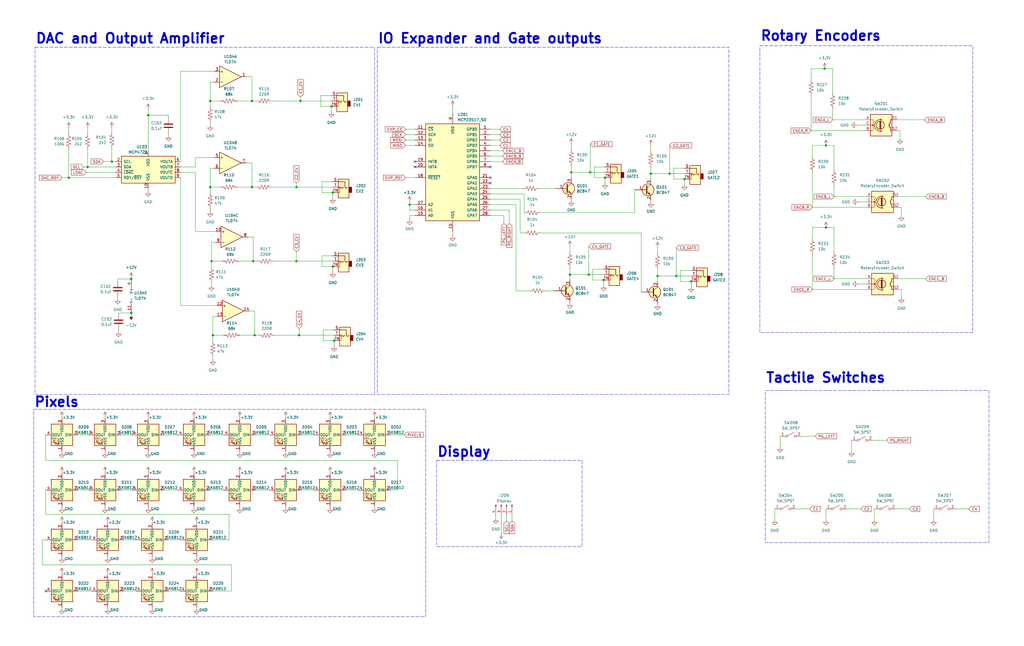
<source format=kicad_sch>
(kicad_sch (version 20230121) (generator eeschema)
  (paper "User" 482.6 304.8)
  (junction (at 139.7 123.19))
  (junction (at 157.48 160.655))
  (junction (at 306.705 81.915))
  (junction (at 100.33 158.115))
  (junction (at 118.745 88.265))
  (junction (at 61.849 131.572))
  (junction (at 315.595 81.915))
  (junction (at 277.495 129.54))
  (junction (at 389.255 68.58))
  (junction (at 69.85 54.356))
  (junction (at 32.385 83.82))
  (junction (at 285.115 83.82))
  (junction (at 120.015 158.115))
  (junction (at 278.13 81.28))
  (junction (at 99.695 123.19))
  (junction (at 156.21 50.165))
  (junction (at 156.845 125.73))
  (junction (at 61.849 147.574))
  (junction (at 284.48 132.08))
  (junction (at 309.88 130.175))
  (junction (at 99.06 88.265))
  (junction (at 52.705 76.2))
  (junction (at 119.38 123.19))
  (junction (at 325.755 132.715))
  (junction (at 388.62 32.385))
  (junction (at 193.04 96.52))
  (junction (at 318.77 130.175))
  (junction (at 99.06 47.625))
  (junction (at 118.745 47.625))
  (junction (at 140.97 158.115))
  (junction (at 156.845 90.805))
  (junction (at 41.275 78.74))
  (junction (at 389.255 107.315))
  (junction (at 268.605 129.54))
  (junction (at 269.24 81.28))
  (junction (at 141.605 47.625))
  (junction (at 139.7 88.265))
  (junction (at 322.58 84.455))
  (no_connect (at 195.58 76.2))
  (no_connect (at 21.59 278.765))
  (no_connect (at 231.14 86.36))
  (no_connect (at 231.14 78.74))
  (no_connect (at 231.14 83.82))
  (no_connect (at 195.58 78.74))
  (wire (pts (xy 32.385 60.325) (xy 32.385 62.865)))
  (wire (pts (xy 157.48 160.655) (xy 157.48 163.195)))
  (wire (pts (xy 367.665 205.74) (xy 367.665 210.82)))
  (wire (pts (xy 116.84 111.76) (xy 119.38 111.76)))
  (wire (pts (xy 139.7 88.265) (xy 156.845 88.265)))
  (wire (pts (xy 268.605 116.205) (xy 268.605 118.745)))
  (wire (pts (xy 309.88 142.875) (xy 309.88 143.51)))
  (wire (pts (xy 309.88 130.175) (xy 309.88 132.715)))
  (wire (pts (xy 424.18 65.405) (xy 424.18 61.595)))
  (wire (pts (xy 424.815 97.79) (xy 423.545 97.79)))
  (wire (pts (xy 19.939 254.635) (xy 21.59 254.635)))
  (wire (pts (xy 61.849 131.572) (xy 61.849 131.826)))
  (wire (pts (xy 156.21 45.085) (xy 151.13 45.085)))
  (wire (pts (xy 92.71 246.38) (xy 92.71 247.015)))
  (wire (pts (xy 107.95 254.635) (xy 100.33 254.635)))
  (wire (pts (xy 231.14 66.04) (xy 235.585 66.04)))
  (wire (pts (xy 403.86 59.055) (xy 407.67 59.055)))
  (wire (pts (xy 99.06 47.625) (xy 99.06 50.165)))
  (wire (pts (xy 55.499 132.588) (xy 55.499 131.572)))
  (wire (pts (xy 382.905 68.58) (xy 389.255 68.58)))
  (wire (pts (xy 392.43 32.385) (xy 388.62 32.385)))
  (wire (pts (xy 404.495 95.25) (xy 408.305 95.25)))
  (wire (pts (xy 231.14 99.06) (xy 240.03 99.06)))
  (wire (pts (xy 322.58 84.455) (xy 322.58 86.995)))
  (wire (pts (xy 299.085 100.33) (xy 299.085 89.535)))
  (wire (pts (xy 382.27 61.595) (xy 382.27 45.085)))
  (wire (pts (xy 100.33 158.115) (xy 100.33 160.655)))
  (wire (pts (xy 49.53 196.85) (xy 49.53 197.485)))
  (wire (pts (xy 141.605 47.625) (xy 156.21 47.625)))
  (wire (pts (xy 231.14 76.2) (xy 236.855 76.2)))
  (wire (pts (xy 269.24 78.105) (xy 269.24 81.28)))
  (wire (pts (xy 99.06 205.105) (xy 105.41 205.105)))
  (wire (pts (xy 85.09 144.145) (xy 102.235 144.145)))
  (wire (pts (xy 392.43 43.815) (xy 392.43 32.385)))
  (wire (pts (xy 69.85 212.725) (xy 69.85 213.36)))
  (wire (pts (xy 243.205 137.16) (xy 249.555 137.16)))
  (wire (pts (xy 55.88 147.574) (xy 61.849 147.574)))
  (wire (pts (xy 382.905 136.525) (xy 382.905 120.015)))
  (wire (pts (xy 377.825 205.74) (xy 384.175 205.74)))
  (wire (pts (xy 268.605 142.24) (xy 268.605 142.875)))
  (wire (pts (xy 151.765 85.725) (xy 151.765 90.805)))
  (wire (pts (xy 111.76 47.625) (xy 118.745 47.625)))
  (wire (pts (xy 49.53 238.76) (xy 49.53 239.395)))
  (wire (pts (xy 382.27 37.465) (xy 382.27 32.385)))
  (wire (pts (xy 139.7 123.19) (xy 156.845 123.19)))
  (wire (pts (xy 155.575 238.76) (xy 155.575 239.395)))
  (wire (pts (xy 58.42 254.635) (xy 64.135 254.635)))
  (wire (pts (xy 423.545 92.71) (xy 436.245 92.71)))
  (wire (pts (xy 49.53 222.885) (xy 49.53 223.52)))
  (wire (pts (xy 278.13 81.28) (xy 285.115 81.28)))
  (wire (pts (xy 91.44 238.76) (xy 91.44 239.395)))
  (wire (pts (xy 236.22 243.205) (xy 236.22 251.46)))
  (wire (pts (xy 269.24 81.28) (xy 269.24 83.82)))
  (wire (pts (xy 187.325 217.17) (xy 187.325 231.14)))
  (wire (pts (xy 50.8 246.38) (xy 50.8 247.015)))
  (wire (pts (xy 325.755 127.635) (xy 320.675 127.635)))
  (wire (pts (xy 55.88 147.955) (xy 55.88 147.574)))
  (wire (pts (xy 99.06 47.625) (xy 99.06 38.735)))
  (wire (pts (xy 50.8 286.385) (xy 50.8 287.02)))
  (wire (pts (xy 382.905 97.79) (xy 382.905 81.28)))
  (wire (pts (xy 382.27 61.595) (xy 407.67 61.595)))
  (wire (pts (xy 401.32 207.645) (xy 401.32 212.725)))
  (wire (pts (xy 193.04 96.52) (xy 193.04 99.06)))
  (wire (pts (xy 91.44 212.725) (xy 91.44 213.36)))
  (wire (pts (xy 317.5 84.455) (xy 322.58 84.455)))
  (wire (pts (xy 85.09 33.655) (xy 85.09 76.2)))
  (wire (pts (xy 99.695 114.3) (xy 101.6 114.3)))
  (wire (pts (xy 99.06 88.265) (xy 99.06 79.375)))
  (wire (pts (xy 269.24 93.98) (xy 269.24 94.615)))
  (wire (pts (xy 61.849 147.574) (xy 61.849 148.336)))
  (wire (pts (xy 231.14 93.98) (xy 245.11 93.98)))
  (wire (pts (xy 113.03 212.725) (xy 113.03 213.36)))
  (wire (pts (xy 279.4 132.08) (xy 284.48 132.08)))
  (wire (pts (xy 50.8 270.51) (xy 50.8 271.145)))
  (wire (pts (xy 440.055 240.03) (xy 440.055 245.11)))
  (wire (pts (xy 302.26 109.855) (xy 302.26 137.795)))
  (wire (pts (xy 79.375 278.765) (xy 85.09 278.765)))
  (wire (pts (xy 193.04 103.505) (xy 193.04 101.6)))
  (wire (pts (xy 104.14 47.625) (xy 99.06 47.625)))
  (wire (pts (xy 231.14 73.66) (xy 236.855 73.66)))
  (wire (pts (xy 113.03 196.85) (xy 113.03 197.485)))
  (wire (pts (xy 69.85 238.76) (xy 69.85 239.395)))
  (wire (pts (xy 317.5 79.375) (xy 317.5 84.455)))
  (wire (pts (xy 277.495 116.205) (xy 277.495 129.54)))
  (wire (pts (xy 128.905 123.19) (xy 139.7 123.19)))
  (wire (pts (xy 187.325 231.14) (xy 184.15 231.14)))
  (wire (pts (xy 315.595 68.58) (xy 315.595 81.915)))
  (wire (pts (xy 393.065 92.71) (xy 408.305 92.71)))
  (wire (pts (xy 176.53 222.885) (xy 176.53 223.52)))
  (wire (pts (xy 231.14 63.5) (xy 235.585 63.5)))
  (wire (pts (xy 382.905 112.395) (xy 382.905 107.315)))
  (wire (pts (xy 99.06 38.735) (xy 100.965 38.735)))
  (wire (pts (xy 156.845 90.805) (xy 156.845 93.345)))
  (wire (pts (xy 193.04 96.52) (xy 195.58 96.52)))
  (wire (pts (xy 79.375 54.356) (xy 69.85 54.356)))
  (wire (pts (xy 139.7 118.745) (xy 139.7 123.19)))
  (wire (pts (xy 134.62 222.885) (xy 134.62 223.52)))
  (wire (pts (xy 393.065 107.315) (xy 389.255 107.315)))
  (wire (pts (xy 277.495 129.54) (xy 284.48 129.54)))
  (wire (pts (xy 193.04 95.25) (xy 193.04 96.52)))
  (wire (pts (xy 29.21 222.885) (xy 29.21 223.52)))
  (wire (pts (xy 104.775 123.19) (xy 99.695 123.19)))
  (wire (pts (xy 77.47 205.105) (xy 83.82 205.105)))
  (wire (pts (xy 393.065 80.01) (xy 393.065 68.58)))
  (wire (pts (xy 389.255 240.03) (xy 389.255 245.11)))
  (wire (pts (xy 424.815 136.525) (xy 423.545 136.525)))
  (wire (pts (xy 104.14 88.265) (xy 99.06 88.265)))
  (wire (pts (xy 71.755 262.255) (xy 71.755 262.89)))
  (wire (pts (xy 100.33 278.765) (xy 109.093 278.765)))
  (wire (pts (xy 151.765 120.65) (xy 151.765 125.73)))
  (wire (pts (xy 309.88 116.84) (xy 309.88 119.38)))
  (wire (pts (xy 156.21 50.165) (xy 156.21 52.705)))
  (wire (pts (xy 79.375 55.499) (xy 79.375 54.356)))
  (wire (pts (xy 54.61 78.74) (xy 41.275 78.74)))
  (wire (pts (xy 54.61 83.82) (xy 32.385 83.82)))
  (wire (pts (xy 156.845 120.65) (xy 151.765 120.65)))
  (wire (pts (xy 112.395 123.19) (xy 119.38 123.19)))
  (wire (pts (xy 118.745 47.625) (xy 120.65 47.625)))
  (wire (pts (xy 29.21 262.255) (xy 29.21 262.89)))
  (wire (pts (xy 99.06 231.14) (xy 105.41 231.14)))
  (wire (pts (xy 191.135 60.96) (xy 195.58 60.96)))
  (wire (pts (xy 393.065 68.58) (xy 389.255 68.58)))
  (wire (pts (xy 134.62 212.725) (xy 134.62 213.36)))
  (wire (pts (xy 318.77 130.175) (xy 325.755 130.175)))
  (wire (pts (xy 238.76 243.205) (xy 238.76 245.745)))
  (wire (pts (xy 113.03 158.115) (xy 120.015 158.115)))
  (wire (pts (xy 284.48 132.08) (xy 284.48 134.62)))
  (wire (pts (xy 69.85 222.885) (xy 69.85 223.52)))
  (wire (pts (xy 315.595 81.915) (xy 322.58 81.915)))
  (wire (pts (xy 55.88 155.575) (xy 55.88 156.337)))
  (wire (pts (xy 49.53 212.725) (xy 49.53 213.36)))
  (wire (pts (xy 91.44 196.85) (xy 91.44 197.485)))
  (wire (pts (xy 280.035 83.82) (xy 285.115 83.82)))
  (wire (pts (xy 163.195 205.105) (xy 168.91 205.105)))
  (wire (pts (xy 325.755 132.715) (xy 325.755 135.255)))
  (wire (pts (xy 309.88 130.175) (xy 318.77 130.175)))
  (wire (pts (xy 191.135 68.58) (xy 195.58 68.58)))
  (wire (pts (xy 231.14 96.52) (xy 243.205 96.52)))
  (wire (pts (xy 191.135 83.82) (xy 195.58 83.82)))
  (wire (pts (xy 306.705 81.915) (xy 315.595 81.915)))
  (wire (pts (xy 29.21 238.76) (xy 29.21 239.395)))
  (wire (pts (xy 285.115 83.82) (xy 285.115 86.36)))
  (wire (pts (xy 109.093 266.446) (xy 19.939 266.446)))
  (wire (pts (xy 157.48 155.575) (xy 152.4 155.575)))
  (wire (pts (xy 85.09 78.74) (xy 92.075 78.74)))
  (wire (pts (xy 142.24 205.105) (xy 147.955 205.105)))
  (wire (pts (xy 113.03 238.76) (xy 113.03 239.395)))
  (wire (pts (xy 424.18 61.595) (xy 422.91 61.595)))
  (wire (pts (xy 184.15 205.105) (xy 190.5 205.105)))
  (wire (pts (xy 213.36 50.165) (xy 213.36 53.34)))
  (wire (pts (xy 152.4 155.575) (xy 152.4 160.655)))
  (wire (pts (xy 280.035 78.74) (xy 280.035 83.82)))
  (wire (pts (xy 99.695 123.19) (xy 99.695 125.73)))
  (wire (pts (xy 382.905 97.79) (xy 408.305 97.79)))
  (wire (pts (xy 151.13 45.085) (xy 151.13 50.165)))
  (wire (pts (xy 92.71 262.255) (xy 92.71 262.89)))
  (wire (pts (xy 99.695 133.35) (xy 99.695 134.62)))
  (wire (pts (xy 245.11 109.855) (xy 247.015 109.855)))
  (wire (pts (xy 57.15 205.105) (xy 62.23 205.105)))
  (wire (pts (xy 58.42 278.765) (xy 64.135 278.765)))
  (wire (pts (xy 241.3 243.205) (xy 241.3 245.745)))
  (wire (pts (xy 118.745 36.195) (xy 116.205 36.195)))
  (wire (pts (xy 412.115 240.03) (xy 412.115 245.11)))
  (wire (pts (xy 41.275 60.325) (xy 41.275 62.865)))
  (wire (pts (xy 69.85 51.562) (xy 69.85 54.356)))
  (wire (pts (xy 155.575 212.725) (xy 155.575 213.36)))
  (wire (pts (xy 142.24 231.14) (xy 147.955 231.14)))
  (wire (pts (xy 231.14 60.96) (xy 235.585 60.96)))
  (wire (pts (xy 422.275 240.03) (xy 428.625 240.03)))
  (wire (pts (xy 243.205 96.52) (xy 243.205 137.16)))
  (wire (pts (xy 52.705 76.2) (xy 48.895 76.2)))
  (wire (pts (xy 382.905 73.66) (xy 382.905 68.58)))
  (wire (pts (xy 92.075 74.295) (xy 100.965 74.295)))
  (wire (pts (xy 176.53 238.76) (xy 176.53 239.395)))
  (wire (pts (xy 156.845 125.73) (xy 156.845 128.27)))
  (wire (pts (xy 92.075 109.22) (xy 101.6 109.22)))
  (wire (pts (xy 382.27 32.385) (xy 388.62 32.385)))
  (wire (pts (xy 71.755 246.38) (xy 71.755 247.015)))
  (wire (pts (xy 29.21 212.725) (xy 29.21 213.36)))
  (wire (pts (xy 119.38 123.19) (xy 121.285 123.19)))
  (wire (pts (xy 268.605 126.365) (xy 268.605 129.54)))
  (wire (pts (xy 424.815 101.6) (xy 424.815 97.79)))
  (wire (pts (xy 240.03 99.06) (xy 240.03 105.41)))
  (wire (pts (xy 52.705 60.325) (xy 52.705 62.23)))
  (wire (pts (xy 365.125 240.03) (xy 365.125 245.11)))
  (wire (pts (xy 32.385 83.82) (xy 29.21 83.82)))
  (wire (pts (xy 29.21 196.85) (xy 29.21 197.485)))
  (wire (pts (xy 268.605 129.54) (xy 268.605 132.08)))
  (wire (pts (xy 151.765 90.805) (xy 156.845 90.805)))
  (wire (pts (xy 140.97 158.115) (xy 157.48 158.115)))
  (wire (pts (xy 71.755 270.51) (xy 71.755 271.145)))
  (wire (pts (xy 231.14 88.9) (xy 246.38 88.9)))
  (wire (pts (xy 191.135 66.04) (xy 195.58 66.04)))
  (wire (pts (xy 309.88 127) (xy 309.88 130.175)))
  (wire (pts (xy 140.97 154.94) (xy 140.97 158.115)))
  (wire (pts (xy 233.68 243.205) (xy 233.68 244.475)))
  (wire (pts (xy 92.075 81.28) (xy 92.075 109.22)))
  (wire (pts (xy 55.499 140.208) (xy 55.499 140.97)))
  (wire (pts (xy 120.015 158.115) (xy 121.92 158.115)))
  (wire (pts (xy 306.705 81.915) (xy 306.705 84.455)))
  (wire (pts (xy 176.53 212.725) (xy 176.53 213.36)))
  (wire (pts (xy 100.33 149.225) (xy 102.235 149.225)))
  (wire (pts (xy 99.06 79.375) (xy 100.965 79.375)))
  (wire (pts (xy 61.849 131.191) (xy 61.849 131.572)))
  (wire (pts (xy 100.33 168.275) (xy 100.33 169.545)))
  (wire (pts (xy 134.62 196.85) (xy 134.62 197.485)))
  (wire (pts (xy 99.06 98.425) (xy 99.06 99.695)))
  (wire (pts (xy 155.575 196.85) (xy 155.575 197.485)))
  (wire (pts (xy 105.41 158.115) (xy 100.33 158.115)))
  (wire (pts (xy 99.06 57.785) (xy 99.06 59.055)))
  (wire (pts (xy 193.04 101.6) (xy 195.58 101.6)))
  (wire (pts (xy 79.375 63.119) (xy 79.375 63.881)))
  (wire (pts (xy 118.745 76.835) (xy 116.205 76.835)))
  (wire (pts (xy 404.495 133.985) (xy 408.305 133.985)))
  (wire (pts (xy 375.285 240.03) (xy 381.635 240.03)))
  (wire (pts (xy 269.24 67.945) (xy 269.24 70.485)))
  (wire (pts (xy 257.175 137.16) (xy 260.985 137.16)))
  (wire (pts (xy 193.04 99.06) (xy 195.58 99.06)))
  (wire (pts (xy 41.275 78.74) (xy 39.37 78.74)))
  (wire (pts (xy 69.85 54.356) (xy 69.85 71.12)))
  (wire (pts (xy 422.91 56.515) (xy 435.61 56.515)))
  (wire (pts (xy 118.745 88.265) (xy 118.745 76.835)))
  (wire (pts (xy 85.09 33.655) (xy 100.965 33.655)))
  (wire (pts (xy 156.845 85.725) (xy 151.765 85.725)))
  (wire (pts (xy 141.605 45.72) (xy 141.605 47.625)))
  (wire (pts (xy 36.83 278.765) (xy 43.18 278.765)))
  (wire (pts (xy 392.43 56.515) (xy 407.67 56.515)))
  (wire (pts (xy 278.13 67.945) (xy 278.13 81.28)))
  (wire (pts (xy 120.65 231.14) (xy 127 231.14)))
  (wire (pts (xy 21.59 205.105) (xy 21.59 217.17)))
  (wire (pts (xy 79.375 254.635) (xy 85.09 254.635)))
  (wire (pts (xy 111.76 88.265) (xy 118.745 88.265)))
  (wire (pts (xy 322.58 79.375) (xy 317.5 79.375)))
  (wire (pts (xy 57.15 231.14) (xy 62.23 231.14)))
  (wire (pts (xy 21.59 217.17) (xy 187.325 217.17)))
  (wire (pts (xy 29.21 270.51) (xy 29.21 271.145)))
  (wire (pts (xy 393.065 131.445) (xy 408.305 131.445)))
  (wire (pts (xy 245.11 93.98) (xy 245.11 109.855)))
  (wire (pts (xy 393.065 118.745) (xy 393.065 107.315)))
  (wire (pts (xy 92.075 78.74) (xy 92.075 74.295)))
  (wire (pts (xy 55.499 131.572) (xy 61.849 131.572)))
  (wire (pts (xy 118.745 88.265) (xy 120.65 88.265)))
  (wire (pts (xy 54.61 81.28) (xy 40.64 81.28)))
  (wire (pts (xy 231.14 71.12) (xy 236.855 71.12)))
  (wire (pts (xy 237.49 101.6) (xy 231.14 101.6)))
  (wire (pts (xy 151.13 50.165) (xy 156.21 50.165)))
  (wire (pts (xy 85.09 83.82) (xy 85.09 144.145)))
  (wire (pts (xy 382.905 107.315) (xy 389.255 107.315)))
  (wire (pts (xy 19.939 266.446) (xy 19.939 254.635)))
  (wire (pts (xy 107.95 242.57) (xy 107.95 254.635)))
  (wire (pts (xy 237.49 105.41) (xy 237.49 101.6)))
  (wire (pts (xy 254.635 109.855) (xy 302.26 109.855)))
  (wire (pts (xy 176.53 196.85) (xy 176.53 197.485)))
  (wire (pts (xy 393.065 87.63) (xy 393.065 92.71)))
  (wire (pts (xy 21.59 242.57) (xy 107.95 242.57)))
  (wire (pts (xy 100.33 158.115) (xy 100.33 149.225)))
  (wire (pts (xy 320.675 127.635) (xy 320.675 132.715)))
  (wire (pts (xy 151.765 125.73) (xy 156.845 125.73)))
  (wire (pts (xy 113.03 222.885) (xy 113.03 223.52)))
  (wire (pts (xy 134.62 238.76) (xy 134.62 239.395)))
  (wire (pts (xy 231.14 68.58) (xy 235.585 68.58)))
  (wire (pts (xy 36.83 205.105) (xy 41.91 205.105)))
  (wire (pts (xy 139.7 86.36) (xy 139.7 88.265)))
  (wire (pts (xy 306.705 94.615) (xy 306.705 95.25)))
  (wire (pts (xy 99.06 88.265) (xy 99.06 90.805)))
  (wire (pts (xy 92.71 270.51) (xy 92.71 271.145)))
  (wire (pts (xy 129.54 158.115) (xy 140.97 158.115)))
  (wire (pts (xy 69.85 88.9) (xy 69.85 90.17)))
  (wire (pts (xy 61.849 147.066) (xy 61.849 147.574)))
  (wire (pts (xy 306.705 68.58) (xy 306.705 71.12)))
  (wire (pts (xy 32.385 70.485) (xy 32.385 83.82)))
  (wire (pts (xy 50.8 262.255) (xy 50.8 262.89)))
  (wire (pts (xy 163.195 231.14) (xy 168.91 231.14)))
  (wire (pts (xy 285.115 78.74) (xy 280.035 78.74)))
  (wire (pts (xy 306.705 78.74) (xy 306.705 81.915)))
  (wire (pts (xy 382.905 136.525) (xy 408.305 136.525)))
  (wire (pts (xy 54.61 76.2) (xy 52.705 76.2)))
  (wire (pts (xy 155.575 222.885) (xy 155.575 223.52)))
  (wire (pts (xy 118.745 47.625) (xy 118.745 36.195)))
  (wire (pts (xy 29.21 286.385) (xy 29.21 287.02)))
  (wire (pts (xy 392.43 51.435) (xy 392.43 56.515)))
  (wire (pts (xy 52.705 69.85) (xy 52.705 76.2)))
  (wire (pts (xy 29.21 246.38) (xy 29.21 247.015)))
  (wire (pts (xy 269.24 81.28) (xy 278.13 81.28)))
  (wire (pts (xy 128.27 88.265) (xy 139.7 88.265)))
  (wire (pts (xy 120.015 158.115) (xy 120.015 146.685)))
  (wire (pts (xy 254 88.9) (xy 261.62 88.9)))
  (wire (pts (xy 393.065 126.365) (xy 393.065 131.445)))
  (wire (pts (xy 423.545 131.445) (xy 436.245 131.445)))
  (wire (pts (xy 424.815 140.335) (xy 424.815 136.525)))
  (wire (pts (xy 231.14 91.44) (xy 247.015 91.44)))
  (wire (pts (xy 120.015 146.685) (xy 117.475 146.685)))
  (wire (pts (xy 36.83 254.635) (xy 43.18 254.635)))
  (wire (pts (xy 21.59 231.14) (xy 21.59 242.57)))
  (wire (pts (xy 152.4 160.655) (xy 157.48 160.655)))
  (wire (pts (xy 320.675 132.715) (xy 325.755 132.715)))
  (wire (pts (xy 318.77 116.84) (xy 318.77 130.175)))
  (wire (pts (xy 120.65 205.105) (xy 127 205.105)))
  (wire (pts (xy 128.27 47.625) (xy 141.605 47.625)))
  (wire (pts (xy 254.635 100.33) (xy 299.085 100.33)))
  (wire (pts (xy 91.44 222.885) (xy 91.44 223.52)))
  (wire (pts (xy 191.135 63.5) (xy 195.58 63.5)))
  (wire (pts (xy 69.85 196.85) (xy 69.85 197.485)))
  (wire (pts (xy 284.48 127) (xy 279.4 127)))
  (wire (pts (xy 247.015 91.44) (xy 247.015 100.33)))
  (wire (pts (xy 71.755 286.385) (xy 71.755 287.02)))
  (wire (pts (xy 36.83 231.14) (xy 41.91 231.14)))
  (wire (pts (xy 450.215 240.03) (xy 456.565 240.03)))
  (wire (pts (xy 279.4 127) (xy 279.4 132.08)))
  (wire (pts (xy 41.275 70.485) (xy 41.275 78.74)))
  (wire (pts (xy 119.38 111.76) (xy 119.38 123.19)))
  (wire (pts (xy 77.47 231.14) (xy 83.82 231.14)))
  (wire (pts (xy 213.36 109.22) (xy 213.36 111.125)))
  (wire (pts (xy 92.71 286.385) (xy 92.71 287.02)))
  (wire (pts (xy 411.48 207.645) (xy 417.83 207.645)))
  (wire (pts (xy 99.695 123.19) (xy 99.695 114.3)))
  (wire (pts (xy 399.415 240.03) (xy 405.765 240.03)))
  (wire (pts (xy 85.09 81.28) (xy 92.075 81.28)))
  (wire (pts (xy 268.605 129.54) (xy 277.495 129.54)))
  (wire (pts (xy 109.093 278.765) (xy 109.093 266.446)))
  (rectangle (start 358.14 21.59) (end 458.47 156.845) (stroke (width 0) (type dash)))
  (rectangle (start 177.8 22.225) (end 343.535 186.055) (stroke (width 0) (type dash)))
  (rectangle (start 15.875 193.04) (end 200.66 290.83) (stroke (width 0) (type dash)))
  (rectangle (start 360.68 184.15) (end 466.09 255.905) (stroke (width 0) (type dash)))
  (rectangle (start 205.74 217.17) (end 274.32 257.81) (stroke (width 0) (type dash)))
  (rectangle (start 16.51 22.225) (end 176.53 186.055) (stroke (width 0) (type dash)))
  (text "IO Expander and Gate outputs" (at 177.8 20.955 0) (effects (font (size 4.572 4.572) (thickness 0.9144) bold) (justify left bottom)))
  (text "Rotary Encoders" (at 358.14 19.685 0) (effects (font (size 4.572 4.572) (thickness 0.9144) bold) (justify left bottom)))
  (text "Tactile Switches" (at 360.68 180.975 0) (effects (font (size 4.572 4.572) (thickness 0.9144) bold) (justify left bottom)))
  (text "Display" (at 205.74 215.9 0) (effects (font (size 4.572 4.572) (thickness 0.9144) bold) (justify left bottom)))
  (text "DAC and Output Amplifier" (at 16.51 20.955 0) (effects (font (size 4.572 4.572) (thickness 0.9144) bold) (justify left bottom)))
  (text "Pixels" (at 15.875 192.405 0) (effects (font (size 4.572 4.572) (thickness 0.9144) bold) (justify left bottom)))
  (global_label "C2_GATE" (shape input) (at 315.595 68.58 0) (property "Intersheetrefs" "${INTERSHEET_REFS}" (effects hide)))
  (global_label "ENCB_B" (shape input) (at 436.245 92.71 0) (property "Intersheetrefs" "${INTERSHEET_REFS}" (effects hide)))
  (global_label "ENCB_B" (shape input) (at 236.855 73.66 0) (property "Intersheetrefs" "${INTERSHEET_REFS}" (effects hide)))
  (global_label "ENCB_R" (shape input) (at 382.905 97.79 180) (property "Intersheetrefs" "${INTERSHEET_REFS}" (effects hide)))
  (global_label "C3_GATE" (shape input) (at 318.77 116.84 0) (property "Intersheetrefs" "${INTERSHEET_REFS}" (effects hide)))
  (global_label "EXP_RST" (shape input) (at 191.135 83.82 180) (property "Intersheetrefs" "${INTERSHEET_REFS}" (effects hide)))
  (global_label "ENCA_L" (shape input) (at 392.43 56.515 180) (property "Intersheetrefs" "${INTERSHEET_REFS}" (effects hide)))
  (global_label "ENCA_B" (shape input) (at 435.61 56.515 0) (property "Intersheetrefs" "${INTERSHEET_REFS}" (effects hide)))
  (global_label "SCL" (shape input) (at 238.76 245.745 270) (property "Intersheetrefs" "${INTERSHEET_REFS}" (effects hide)))
  (global_label "C4" (shape input) (at 456.565 240.03 0) (property "Intersheetrefs" "${INTERSHEET_REFS}" (effects hide)))
  (global_label "SDA" (shape input) (at 241.3 245.745 270) (property "Intersheetrefs" "${INTERSHEET_REFS}" (effects hide)))
  (global_label "PIXELS" (shape input) (at 190.5 205.105 0) (property "Intersheetrefs" "${INTERSHEET_REFS}" (effects hide)))
  (global_label "ENCC_B" (shape input) (at 436.245 131.445 0) (property "Intersheetrefs" "${INTERSHEET_REFS}" (effects hide)))
  (global_label "C2" (shape input) (at 405.765 240.03 0) (property "Intersheetrefs" "${INTERSHEET_REFS}" (effects hide)))
  (global_label "ENCC_R" (shape input) (at 382.905 136.525 180) (property "Intersheetrefs" "${INTERSHEET_REFS}" (effects hide)))
  (global_label "SCL" (shape input) (at 39.37 78.74 180) (property "Intersheetrefs" "${INTERSHEET_REFS}" (effects hide)))
  (global_label "LDAC" (shape input) (at 40.64 81.28 180) (property "Intersheetrefs" "${INTERSHEET_REFS}" (effects hide)))
  (global_label "ENCB_L" (shape input) (at 393.065 92.71 180) (property "Intersheetrefs" "${INTERSHEET_REFS}" (effects hide)))
  (global_label "ENCA_B" (shape input) (at 236.855 76.2 0) (property "Intersheetrefs" "${INTERSHEET_REFS}" (effects hide)))
  (global_label "MOSI" (shape input) (at 191.135 66.04 180) (property "Intersheetrefs" "${INTERSHEET_REFS}" (effects hide)))
  (global_label "C4" (shape input) (at 235.585 60.96 0) (property "Intersheetrefs" "${INTERSHEET_REFS}" (effects hide)))
  (global_label "PG_LEFT" (shape input) (at 384.175 205.74 0) (property "Intersheetrefs" "${INTERSHEET_REFS}" (effects hide)))
  (global_label "SCK" (shape input) (at 191.135 63.5 180) (property "Intersheetrefs" "${INTERSHEET_REFS}" (effects hide)))
  (global_label "C1" (shape input) (at 381.635 240.03 0) (property "Intersheetrefs" "${INTERSHEET_REFS}" (effects hide)))
  (global_label "C3" (shape input) (at 235.585 63.5 0) (property "Intersheetrefs" "${INTERSHEET_REFS}" (effects hide)))
  (global_label "C3" (shape input) (at 428.625 240.03 0) (property "Intersheetrefs" "${INTERSHEET_REFS}" (effects hide)))
  (global_label "SDA" (shape input) (at 48.895 76.2 180) (property "Intersheetrefs" "${INTERSHEET_REFS}" (effects hide)))
  (global_label "EXP_CS" (shape input) (at 191.135 60.96 180) (property "Intersheetrefs" "${INTERSHEET_REFS}" (effects hide)))
  (global_label "C1" (shape input) (at 235.585 68.58 0) (property "Intersheetrefs" "${INTERSHEET_REFS}" (effects hide)))
  (global_label "C1_GATE" (shape input) (at 278.13 67.945 0) (property "Intersheetrefs" "${INTERSHEET_REFS}" (effects hide)))
  (global_label "MISO" (shape input) (at 191.135 68.58 180) (property "Intersheetrefs" "${INTERSHEET_REFS}" (effects hide)))
  (global_label "C2_CV" (shape input) (at 139.7 86.36 90) (property "Intersheetrefs" "${INTERSHEET_REFS}" (effects hide)))
  (global_label "DAC_RDY" (shape input) (at 29.21 83.82 180) (property "Intersheetrefs" "${INTERSHEET_REFS}" (effects hide)))
  (global_label "ENCA_R" (shape input) (at 382.27 61.595 180) (property "Intersheetrefs" "${INTERSHEET_REFS}" (effects hide)))
  (global_label "ENCC_L" (shape input) (at 393.065 131.445 180) (property "Intersheetrefs" "${INTERSHEET_REFS}" (effects hide)))
  (global_label "PG_RIGHT" (shape input) (at 240.03 105.41 270) (property "Intersheetrefs" "${INTERSHEET_REFS}" (effects hide)))
  (global_label "C2" (shape input) (at 235.585 66.04 0) (property "Intersheetrefs" "${INTERSHEET_REFS}" (effects hide)))
  (global_label "C4_GATE" (shape input) (at 277.495 116.205 0) (property "Intersheetrefs" "${INTERSHEET_REFS}" (effects hide)))
  (global_label "C4_CV" (shape input) (at 140.97 154.94 90) (property "Intersheetrefs" "${INTERSHEET_REFS}" (effects hide)))
  (global_label "C3_CV" (shape input) (at 139.7 118.745 90) (property "Intersheetrefs" "${INTERSHEET_REFS}" (effects hide)))
  (global_label "PG_RIGHT" (shape input) (at 417.83 207.645 0) (property "Intersheetrefs" "${INTERSHEET_REFS}" (effects hide)))
  (global_label "PG_LEFT" (shape input) (at 237.49 105.41 270) (property "Intersheetrefs" "${INTERSHEET_REFS}" (effects hide)))
  (global_label "C1_CV" (shape input) (at 141.605 45.72 90) (property "Intersheetrefs" "${INTERSHEET_REFS}" (effects hide)))
  (global_label "ENCC_B" (shape input) (at 236.855 71.12 0) (property "Intersheetrefs" "${INTERSHEET_REFS}" (effects hide)))
  (symbol (lib_id "power:+3.3V") (at 92.71 270.51 0) (unit 1)
    (property "Reference" "#PWR0341" (effects hide))
    (property "Value" "+3.3V" (at 95.885 270.51 0))
    (instances (project "Ultra64_mk2" (path "" (reference "#PWR0341") (unit 1))) (project "Quadriscope" (path "" (reference "#PWR0131") (unit 1))))
  )
  (symbol (lib_id "power:GND") (at 69.85 213.36 0) (unit 1)
    (property "Reference" "#PWR0282" (effects hide))
    (property "Value" "GND" (at 73.025 213.995 0))
    (instances (project "Ultra64_mk2" (path "" (reference "#PWR0282") (unit 1))) (project "Quadriscope" (path "" (reference "#PWR0128") (unit 1))))
  )
  (symbol (lib_id "power:GND") (at 367.665 210.82 0) (unit 1)
    (property "Reference" "#PWR0265" (effects hide))
    (property "Value" "GND" (at 367.665 215.9 0))
    (instances (project "Ultra64_mk2" (path "" (reference "#PWR0265") (unit 1))) (project "Quadriscope" (path "" (reference "#PWR0128") (unit 1))))
  )
  (symbol (lib_id "Device:C") (at 79.375 59.309 0) (unit 1)
    (property "Reference" "C102" (at 71.12 58.039 0) (effects (justify left)))
    (property "Value" "0.1uF" (at 71.12 60.579 0) (effects (justify left)))
    (property "Footprint" "Capacitor_SMD:C_0805_2012Metric" (effects hide))
    (instances (project "Ultra64_mk2" (path "" (reference "C102") (unit 1)) (path "" (reference "C303") (unit 1)) (path "" (reference "C203") (unit 1))) (project "Quadriscope" (path "" (reference "C118") (unit 1))))
  )
  (symbol (lib_id "power:GND") (at 99.06 99.695 0) (mirror y) (unit 1)
    (property "Reference" "#PWR0133" (effects hide))
    (property "Value" "GND" (at 99.06 104.775 0))
    (instances (project "Ultra64_mk2" (path "" (reference "#PWR0133") (unit 1)) (path "" (reference "#PWR0209") (unit 1))) (project "Quadriscope" (path "" (reference "#PWR0118") (unit 1))))
  )
  (symbol (lib_id "LED:SK6812") (at 69.85 205.105 0) (mirror y) (unit 1)
    (property "Reference" "D207" (at 80.01 201.4571 0))
    (property "Value" "SK6812" (at 80.01 203.9971 0))
    (property "Footprint" "LED_SMD:LED_SK6812_PLCC4_5.0x5.0mm_P3.2mm" (effects hide))
    (property "Datasheet" "https://cdn-shop.adafruit.com/product-files/1138/SK6812+LED+datasheet+.pdf" (effects hide))
    (instances (project "Ultra64_mk2" (path "" (reference "D207") (unit 1))) (project "Quadriscope" (path "" (reference "D104") (unit 1))))
  )
  (symbol (lib_id "power:+3.3V") (at 389.255 68.58 0) (unit 1)
    (property "Reference" "#PWR0249" (effects hide))
    (property "Value" "+3.3V" (at 389.255 63.5 0))
    (instances (project "Ultra64_mk2" (path "" (reference "#PWR0249") (unit 1))) (project "Quadriscope" (path "" (reference "#PWR0134") (unit 1))))
  )
  (symbol (lib_id "Device:R_US") (at 124.46 47.625 90) (mirror x) (unit 1)
    (property "Reference" "R115" (at 124.46 41.91 90))
    (property "Value" "220R" (at 124.46 44.45 90))
    (property "Footprint" "PCM_Resistor_SMD_AKL:R_0805_2012Metric" (effects hide))
    (instances (project "Ultra64_mk2" (path "" (reference "R115") (unit 1)) (path "" (reference "R212") (unit 1))))
  )
  (symbol (lib_id "Device:RotaryEncoder_Switch") (at 415.29 59.055 0) (unit 1)
    (property "Reference" "SW201" (at 415.29 48.895 0))
    (property "Value" "RotaryEncoder_Switch" (at 415.29 51.435 0))
    (property "Footprint" "Alps_Rotary_Encoder:RotaryEncoder_Alps_EC11E-Switch_Vertical_H20mm_5Pin" (effects hide))
    (instances (project "Ultra64_mk2" (path "" (reference "SW201") (unit 1))) (project "Quadriscope" (path "" (reference "SW105") (unit 1))))
  )
  (symbol (lib_id "Device:R_US") (at 382.27 41.275 0) (unit 1)
    (property "Reference" "R227" (at 384.81 40.005 0) (effects (justify left)))
    (property "Value" "10k" (at 384.81 42.545 0) (effects (justify left)))
    (property "Footprint" "PCM_Resistor_SMD_AKL:R_0805_2012Metric" (effects hide))
    (instances (project "Ultra64_mk2" (path "" (reference "R227") (unit 1))) (project "Quadriscope" (path "" (reference "R111") (unit 1))))
  )
  (symbol (lib_id "power:+3.3V") (at 71.755 246.38 0) (unit 1)
    (property "Reference" "#PWR0331" (effects hide))
    (property "Value" "+3.3V" (at 74.93 246.38 0))
    (instances (project "Ultra64_mk2" (path "" (reference "#PWR0331") (unit 1))) (project "Quadriscope" (path "" (reference "#PWR0131") (unit 1))))
  )
  (symbol (lib_id "power:+3.3V") (at 236.22 251.46 180) (unit 1)
    (property "Reference" "#PWR0123" (effects hide))
    (property "Value" "+3.3V" (at 236.22 255.905 0))
    (instances (project "Ultra64_mk2" (path "" (reference "#PWR0123") (unit 1)) (path "" (reference "#PWR0343") (unit 1)) (path "" (reference "#PWR0233") (unit 1))) (project "Quadriscope" (path "" (reference "#PWR0143") (unit 1))))
  )
  (symbol (lib_id "LED:SK6812") (at 50.8 278.765 0) (mirror y) (unit 1)
    (property "Reference" "D223" (at 60.96 275.1171 0))
    (property "Value" "SK6812" (at 60.96 277.6571 0))
    (property "Footprint" "LED_SMD:LED_SK6812_PLCC4_5.0x5.0mm_P3.2mm" (effects hide))
    (property "Datasheet" "https://cdn-shop.adafruit.com/product-files/1138/SK6812+LED+datasheet+.pdf" (effects hide))
    (instances (project "Ultra64_mk2" (path "" (reference "D223") (unit 1))) (project "Quadriscope" (path "" (reference "D104") (unit 1))))
  )
  (symbol (lib_id "power:GND") (at 92.71 262.89 0) (unit 1)
    (property "Reference" "#PWR0334" (effects hide))
    (property "Value" "GND" (at 95.885 263.525 0))
    (instances (project "Ultra64_mk2" (path "" (reference "#PWR0334") (unit 1))) (project "Quadriscope" (path "" (reference "#PWR0128") (unit 1))))
  )
  (symbol (lib_id "LED:SK6812") (at 71.755 254.635 0) (mirror y) (unit 1)
    (property "Reference" "D220" (at 81.915 250.9871 0))
    (property "Value" "SK6812" (at 81.915 253.5271 0))
    (property "Footprint" "LED_SMD:LED_SK6812_PLCC4_5.0x5.0mm_P3.2mm" (effects hide))
    (property "Datasheet" "https://cdn-shop.adafruit.com/product-files/1138/SK6812+LED+datasheet+.pdf" (effects hide))
    (instances (project "Ultra64_mk2" (path "" (reference "D220") (unit 1))) (project "Quadriscope" (path "" (reference "D104") (unit 1))))
  )
  (symbol (lib_id "Device:R_US") (at 250.19 88.9 90) (unit 1)
    (property "Reference" "R104" (at 250.19 82.55 90))
    (property "Value" "1k" (at 250.19 85.09 90))
    (property "Footprint" "PCM_Resistor_SMD_AKL:R_0805_2012Metric" (effects hide))
    (instances (project "Ultra64_mk2" (path "" (reference "R104") (unit 1)) (path "" (reference "R216") (unit 1))) (project "Quadriscope" (path "" (reference "R123") (unit 1))))
  )
  (symbol (lib_id "power:GND") (at 134.62 239.395 0) (unit 1)
    (property "Reference" "#PWR0298" (effects hide))
    (property "Value" "GND" (at 137.795 240.03 0))
    (instances (project "Ultra64_mk2" (path "" (reference "#PWR0298") (unit 1))) (project "Quadriscope" (path "" (reference "#PWR0128") (unit 1))))
  )
  (symbol (lib_id "power:GND") (at 156.845 128.27 0) (mirror y) (unit 1)
    (property "Reference" "#PWR0214" (effects hide))
    (property "Value" "GND" (at 156.845 133.35 0))
    (instances (project "Ultra64_mk2" (path "" (reference "#PWR0214") (unit 1))) (project "Quadriscope" (path "" (reference "#PWR0105") (unit 1))))
  )
  (symbol (lib_id "PCM_Transistor_BJT_AKL:BC847") (at 266.065 137.16 0) (unit 1)
    (property "Reference" "Q101" (at 271.145 135.89 0) (effects (justify left)))
    (property "Value" "BC847" (at 271.145 138.43 0) (effects (justify left)))
    (property "Footprint" "PCM_Package_TO_SOT_SMD_AKL:SOT-23" (effects hide))
    (property "Datasheet" "https://assets.nexperia.com/documents/data-sheet/BC847_SER.pdf" (effects hide))
    (instances (project "Ultra64_mk2" (path "" (reference "Q101") (unit 1)) (path "" (reference "Q202") (unit 1))))
  )
  (symbol (lib_id "Device:R_US") (at 306.705 74.93 180) (unit 1)
    (property "Reference" "R105" (at 309.245 73.66 0) (effects (justify right)))
    (property "Value" "10k" (at 309.245 76.2 0) (effects (justify right)))
    (property "Footprint" "PCM_Resistor_SMD_AKL:R_0805_2012Metric" (effects hide))
    (instances (project "Ultra64_mk2" (path "" (reference "R105") (unit 1)) (path "" (reference "R219") (unit 1))) (project "Quadriscope" (path "" (reference "R123") (unit 1))))
  )
  (symbol (lib_id "power:GND") (at 79.375 63.881 0) (mirror y) (unit 1)
    (property "Reference" "#PWR0132" (effects hide))
    (property "Value" "GND" (at 79.375 68.961 0))
    (instances (project "Ultra64_mk2" (path "" (reference "#PWR0132") (unit 1)) (path "" (reference "#PWR0236") (unit 1))) (project "Quadriscope" (path "" (reference "#PWR0118") (unit 1))))
  )
  (symbol (lib_id "Device:R_US") (at 52.705 66.04 0) (mirror y) (unit 1)
    (property "Reference" "R104" (at 50.165 64.77 0) (effects (justify left)))
    (property "Value" "2k2" (at 50.165 67.31 0) (effects (justify left)))
    (property "Footprint" "PCM_Resistor_SMD_AKL:R_0805_2012Metric" (effects hide))
    (instances (project "Ultra64_mk2" (path "" (reference "R104") (unit 1)) (path "" (reference "R203") (unit 1))))
  )
  (symbol (lib_id "power:+3.3V") (at 52.705 60.325 0) (mirror y) (unit 1)
    (property "Reference" "#PWR0127" (effects hide))
    (property "Value" "+3.3V" (at 52.705 55.245 0))
    (instances (project "Ultra64_mk2" (path "" (reference "#PWR0127") (unit 1)) (path "" (reference "#PWR0203") (unit 1))) (project "Quadriscope" (path "" (reference "#PWR0143") (unit 1))))
  )
  (symbol (lib_id "LED:SK6812") (at 92.71 254.635 0) (mirror y) (unit 1)
    (property "Reference" "D221" (at 102.87 250.9871 0))
    (property "Value" "SK6812" (at 102.87 253.5271 0))
    (property "Footprint" "LED_SMD:LED_SK6812_PLCC4_5.0x5.0mm_P3.2mm" (effects hide))
    (property "Datasheet" "https://cdn-shop.adafruit.com/product-files/1138/SK6812+LED+datasheet+.pdf" (effects hide))
    (instances (project "Ultra64_mk2" (path "" (reference "D221") (unit 1))) (project "Quadriscope" (path "" (reference "D104") (unit 1))))
  )
  (symbol (lib_id "Interface_Expansion:MCP23S17_SO") (at 213.36 81.28 0) (unit 1)
    (property "Reference" "U201" (at 215.5541 53.975 0) (effects (justify left)))
    (property "Value" "MCP23S17_SO" (at 215.5541 56.515 0) (effects (justify left)))
    (property "Footprint" "Package_SO:SOIC-28W_7.5x17.9mm_P1.27mm" (effects hide))
    (property "Datasheet" "http://ww1.microchip.com/downloads/en/DeviceDoc/20001952C.pdf" (effects hide))
    (instances (project "ESP808_mk2" (path "" (reference "U201") (unit 1))) (project "Ultra64_mk2" (path "" (reference "U103") (unit 1)) (path "" (reference "U203") (unit 1))) (project "Controls" (path "" (reference "U201") (unit 1))))
  )
  (symbol (lib_id "power:GND") (at 157.48 163.195 0) (mirror y) (unit 1)
    (property "Reference" "#PWR0215" (effects hide))
    (property "Value" "GND" (at 157.48 168.275 0))
    (instances (project "Ultra64_mk2" (path "" (reference "#PWR0215") (unit 1))) (project "Quadriscope" (path "" (reference "#PWR0105") (unit 1))))
  )
  (symbol (lib_id "power:+3.3V") (at 134.62 222.885 0) (unit 1)
    (property "Reference" "#PWR0297" (effects hide))
    (property "Value" "+3.3V" (at 137.795 222.885 0))
    (instances (project "Ultra64_mk2" (path "" (reference "#PWR0297") (unit 1))) (project "Quadriscope" (path "" (reference "#PWR0131") (unit 1))))
  )
  (symbol (lib_id "power:GND") (at 193.04 103.505 0) (unit 1)
    (property "Reference" "#PWR0127" (effects hide))
    (property "Value" "GND" (at 193.04 107.95 0))
    (instances (project "Ultra64_mk2" (path "" (reference "#PWR0127") (unit 1)) (path "" (reference "#PWR0217") (unit 1))))
  )
  (symbol (lib_id "power:+3.3V") (at 29.21 222.885 0) (unit 1)
    (property "Reference" "#PWR0287" (effects hide))
    (property "Value" "+3.3V" (at 32.385 222.885 0))
    (instances (project "Ultra64_mk2" (path "" (reference "#PWR0287") (unit 1))) (project "Quadriscope" (path "" (reference "#PWR0131") (unit 1))))
  )
  (symbol (lib_id "Device:R_US") (at 125.73 158.115 90) (mirror x) (unit 1)
    (property "Reference" "R118" (at 125.73 152.4 90))
    (property "Value" "220R" (at 125.73 154.94 90))
    (property "Footprint" "PCM_Resistor_SMD_AKL:R_0805_2012Metric" (effects hide))
    (instances (project "Ultra64_mk2" (path "" (reference "R118") (unit 1)) (path "" (reference "R215") (unit 1))))
  )
  (symbol (lib_id "power:GND") (at 155.575 239.395 0) (unit 1)
    (property "Reference" "#PWR0300" (effects hide))
    (property "Value" "GND" (at 158.75 240.03 0))
    (instances (project "Ultra64_mk2" (path "" (reference "#PWR0300") (unit 1))) (project "Quadriscope" (path "" (reference "#PWR0128") (unit 1))))
  )
  (symbol (lib_id "Device:R_US") (at 99.06 53.975 0) (unit 1)
    (property "Reference" "R108" (at 100.965 52.705 0) (effects (justify left)))
    (property "Value" "47k" (at 100.965 55.245 0) (effects (justify left)))
    (property "Footprint" "PCM_Resistor_SMD_AKL:R_0805_2012Metric" (effects hide))
    (instances (project "Ultra64_mk2" (path "" (reference "R108") (unit 1)) (path "" (reference "R204") (unit 1))) (project "Quadriscope" (path "" (reference "R123") (unit 1))))
  )
  (symbol (lib_id "power:GND") (at 424.815 101.6 0) (unit 1)
    (property "Reference" "#PWR0251" (effects hide))
    (property "Value" "GND" (at 424.815 106.68 0))
    (instances (project "Ultra64_mk2" (path "" (reference "#PWR0251") (unit 1))) (project "Quadriscope" (path "" (reference "#PWR0132") (unit 1))))
  )
  (symbol (lib_id "power:+3.3V") (at 176.53 222.885 0) (unit 1)
    (property "Reference" "#PWR0325" (effects hide))
    (property "Value" "+3.3V" (at 179.705 222.885 0))
    (instances (project "Ultra64_mk2" (path "" (reference "#PWR0325") (unit 1))) (project "Quadriscope" (path "" (reference "#PWR0131") (unit 1))))
  )
  (symbol (lib_id "power:GND") (at 49.53 213.36 0) (unit 1)
    (property "Reference" "#PWR0284" (effects hide))
    (property "Value" "GND" (at 52.705 213.995 0))
    (instances (project "Ultra64_mk2" (path "" (reference "#PWR0284") (unit 1))) (project "Quadriscope" (path "" (reference "#PWR0128") (unit 1))))
  )
  (symbol (lib_id "power:GND") (at 269.24 94.615 0) (unit 1)
    (property "Reference" "#PWR0129" (effects hide))
    (property "Value" "GND" (at 269.24 99.06 0))
    (instances (project "Ultra64_mk2" (path "" (reference "#PWR0129") (unit 1)) (path "" (reference "#PWR0221") (unit 1))))
  )
  (symbol (lib_id "Connector_Audio:AudioJack2_SwitchT") (at 327.66 81.915 0) (mirror y) (unit 1)
    (property "Reference" "J207" (at 333.375 81.28 0) (effects (justify right)))
    (property "Value" "GATE2" (at 333.375 83.82 0) (effects (justify right)))
    (property "Footprint" "Connector_Audio:Jack_3.5mm_QingPu_WQP-PJ398SM_Vertical_CircularHoles" (effects hide))
    (instances (project "Ultra64_mk2" (path "" (reference "J207") (unit 1))) (project "Quadriscope" (path "" (reference "J105") (unit 1))))
  )
  (symbol (lib_id "Device:R_US") (at 269.24 74.295 180) (unit 1)
    (property "Reference" "R105" (at 271.78 73.025 0) (effects (justify right)))
    (property "Value" "10k" (at 271.78 75.565 0) (effects (justify right)))
    (property "Footprint" "PCM_Resistor_SMD_AKL:R_0805_2012Metric" (effects hide))
    (instances (project "Ultra64_mk2" (path "" (reference "R105") (unit 1)) (path "" (reference "R217") (unit 1))) (project "Quadriscope" (path "" (reference "R123") (unit 1))))
  )
  (symbol (lib_id "power:GND") (at 440.055 245.11 0) (unit 1)
    (property "Reference" "#PWR0263" (effects hide))
    (property "Value" "GND" (at 440.055 250.19 0))
    (instances (project "Ultra64_mk2" (path "" (reference "#PWR0263") (unit 1))) (project "Quadriscope" (path "" (reference "#PWR0148") (unit 1))))
  )
  (symbol (lib_id "Device:R_US") (at 99.695 129.54 0) (unit 1)
    (property "Reference" "R111" (at 101.6 128.27 0) (effects (justify left)))
    (property "Value" "47k" (at 101.6 130.81 0) (effects (justify left)))
    (property "Footprint" "PCM_Resistor_SMD_AKL:R_0805_2012Metric" (effects hide))
    (instances (project "Ultra64_mk2" (path "" (reference "R111") (unit 1)) (path "" (reference "R206") (unit 1))) (project "Quadriscope" (path "" (reference "R123") (unit 1))))
  )
  (symbol (lib_id "power:GND") (at 29.21 262.89 0) (unit 1)
    (property "Reference" "#PWR0328" (effects hide))
    (property "Value" "GND" (at 32.385 263.525 0))
    (instances (project "Ultra64_mk2" (path "" (reference "#PWR0328") (unit 1))) (project "Quadriscope" (path "" (reference "#PWR0128") (unit 1))))
  )
  (symbol (lib_id "power:GND") (at 213.36 111.125 0) (unit 1)
    (property "Reference" "#PWR0128" (effects hide))
    (property "Value" "GND" (at 213.36 115.57 0))
    (instances (project "Ultra64_mk2" (path "" (reference "#PWR0128") (unit 1)) (path "" (reference "#PWR0219") (unit 1))))
  )
  (symbol (lib_id "power:GND") (at 99.695 134.62 0) (mirror y) (unit 1)
    (property "Reference" "#PWR0134" (effects hide))
    (property "Value" "GND" (at 99.695 139.7 0))
    (instances (project "Ultra64_mk2" (path "" (reference "#PWR0134") (unit 1)) (path "" (reference "#PWR0210") (unit 1))) (project "Quadriscope" (path "" (reference "#PWR0118") (unit 1))))
  )
  (symbol (lib_id "Switch:SW_SPST") (at 445.135 240.03 0) (unit 1)
    (property "Reference" "SW207" (at 445.135 233.68 0))
    (property "Value" "SW_SPST" (at 445.135 236.22 0))
    (property "Footprint" "Button_Switch_THT:SW_PUSH_6mm_H5mm" (effects hide))
    (instances (project "Ultra64_mk2" (path "" (reference "SW207") (unit 1))) (project "Quadriscope" (path "" (reference "SW104") (unit 1))))
  )
  (symbol (lib_id "LED:SK6812") (at 176.53 231.14 0) (mirror y) (unit 1)
    (property "Reference" "D217" (at 186.69 227.4921 0))
    (property "Value" "SK6812" (at 186.69 230.0321 0))
    (property "Footprint" "LED_SMD:LED_SK6812_PLCC4_5.0x5.0mm_P3.2mm" (effects hide))
    (property "Datasheet" "https://cdn-shop.adafruit.com/product-files/1138/SK6812+LED+datasheet+.pdf" (effects hide))
    (instances (project "Ultra64_mk2" (path "" (reference "D217") (unit 1))) (project "Quadriscope" (path "" (reference "D104") (unit 1))))
  )
  (symbol (lib_id "Device:RotaryEncoder_Switch") (at 415.925 95.25 0) (unit 1)
    (property "Reference" "SW202" (at 415.925 85.09 0))
    (property "Value" "RotaryEncoder_Switch" (at 415.925 87.63 0))
    (property "Footprint" "Alps_Rotary_Encoder:RotaryEncoder_Alps_EC11E-Switch_Vertical_H20mm_5Pin" (effects hide))
    (instances (project "Ultra64_mk2" (path "" (reference "SW202") (unit 1))) (project "Quadriscope" (path "" (reference "SW105") (unit 1))))
  )
  (symbol (lib_id "LED:SK6812") (at 134.62 205.105 0) (mirror y) (unit 1)
    (property "Reference" "D204" (at 144.78 201.4571 0))
    (property "Value" "SK6812" (at 144.78 203.9971 0))
    (property "Footprint" "LED_SMD:LED_SK6812_PLCC4_5.0x5.0mm_P3.2mm" (effects hide))
    (property "Datasheet" "https://cdn-shop.adafruit.com/product-files/1138/SK6812+LED+datasheet+.pdf" (effects hide))
    (instances (project "Ultra64_mk2" (path "" (reference "D204") (unit 1))) (project "Quadriscope" (path "" (reference "D104") (unit 1))))
  )
  (symbol (lib_id "Device:R_US") (at 108.585 123.19 90) (mirror x) (unit 1)
    (property "Reference" "R112" (at 108.585 117.475 90))
    (property "Value" "68k" (at 108.585 120.015 90))
    (property "Footprint" "PCM_Resistor_SMD_AKL:R_0805_2012Metric" (effects hide))
    (instances (project "Ultra64_mk2" (path "" (reference "R112") (unit 1)) (path "" (reference "R210") (unit 1))))
  )
  (symbol (lib_id "power:GND") (at 285.115 86.36 0) (mirror y) (unit 1)
    (property "Reference" "#PWR0222" (effects hide))
    (property "Value" "GND" (at 285.115 91.44 0))
    (instances (project "Ultra64_mk2" (path "" (reference "#PWR0222") (unit 1))) (project "Quadriscope" (path "" (reference "#PWR0105") (unit 1))))
  )
  (symbol (lib_id "power:GND") (at 29.21 213.36 0) (unit 1)
    (property "Reference" "#PWR0286" (effects hide))
    (property "Value" "GND" (at 32.385 213.995 0))
    (instances (project "Ultra64_mk2" (path "" (reference "#PWR0286") (unit 1))) (project "Quadriscope" (path "" (reference "#PWR0128") (unit 1))))
  )
  (symbol (lib_id "LED:SK6812") (at 29.21 254.635 0) (mirror y) (unit 1)
    (property "Reference" "D218" (at 39.37 250.9871 0))
    (property "Value" "SK6812" (at 39.37 253.5271 0))
    (property "Footprint" "LED_SMD:LED_SK6812_PLCC4_5.0x5.0mm_P3.2mm" (effects hide))
    (property "Datasheet" "https://cdn-shop.adafruit.com/product-files/1138/SK6812+LED+datasheet+.pdf" (effects hide))
    (instances (project "Ultra64_mk2" (path "" (reference "D218") (unit 1))) (project "Quadriscope" (path "" (reference "D104") (unit 1))))
  )
  (symbol (lib_id "Device:R_US") (at 309.88 123.19 180) (unit 1)
    (property "Reference" "R105" (at 312.42 121.92 0) (effects (justify right)))
    (property "Value" "10k" (at 312.42 124.46 0) (effects (justify right)))
    (property "Footprint" "PCM_Resistor_SMD_AKL:R_0805_2012Metric" (effects hide))
    (instances (project "Ultra64_mk2" (path "" (reference "R105") (unit 1)) (path "" (reference "R220") (unit 1))) (project "Quadriscope" (path "" (reference "R123") (unit 1))))
  )
  (symbol (lib_id "power:GND") (at 325.755 135.255 0) (mirror y) (unit 1)
    (property "Reference" "#PWR0231" (effects hide))
    (property "Value" "GND" (at 325.755 140.335 0))
    (instances (project "Ultra64_mk2" (path "" (reference "#PWR0231") (unit 1))) (project "Quadriscope" (path "" (reference "#PWR0105") (unit 1))))
  )
  (symbol (lib_id "Device:R_US") (at 382.905 116.205 0) (unit 1)
    (property "Reference" "R233" (at 385.445 114.935 0) (effects (justify left)))
    (property "Value" "10k" (at 385.445 117.475 0) (effects (justify left)))
    (property "Footprint" "PCM_Resistor_SMD_AKL:R_0805_2012Metric" (effects hide))
    (instances (project "Ultra64_mk2" (path "" (reference "R233") (unit 1))) (project "Quadriscope" (path "" (reference "R111") (unit 1))))
  )
  (symbol (lib_id "Device:R_US") (at 99.06 94.615 0) (unit 1)
    (property "Reference" "R109" (at 100.965 93.345 0) (effects (justify left)))
    (property "Value" "47k" (at 100.965 95.885 0) (effects (justify left)))
    (property "Footprint" "PCM_Resistor_SMD_AKL:R_0805_2012Metric" (effects hide))
    (instances (project "Ultra64_mk2" (path "" (reference "R109") (unit 1)) (path "" (reference "R205") (unit 1))) (project "Quadriscope" (path "" (reference "R123") (unit 1))))
  )
  (symbol (lib_id "LED:SK6812") (at 50.8 254.635 0) (mirror y) (unit 1)
    (property "Reference" "D219" (at 60.96 250.9871 0))
    (property "Value" "SK6812" (at 60.96 253.5271 0))
    (property "Footprint" "LED_SMD:LED_SK6812_PLCC4_5.0x5.0mm_P3.2mm" (effects hide))
    (property "Datasheet" "https://cdn-shop.adafruit.com/product-files/1138/SK6812+LED+datasheet+.pdf" (effects hide))
    (instances (project "Ultra64_mk2" (path "" (reference "D219") (unit 1))) (project "Quadriscope" (path "" (reference "D104") (unit 1))))
  )
  (symbol (lib_id "Device:R_US") (at 125.095 123.19 90) (mirror x) (unit 1)
    (property "Reference" "R117" (at 125.095 117.475 90))
    (property "Value" "220R" (at 125.095 120.015 90))
    (property "Footprint" "PCM_Resistor_SMD_AKL:R_0805_2012Metric" (effects hide))
    (instances (project "Ultra64_mk2" (path "" (reference "R117") (unit 1)) (path "" (reference "R214") (unit 1))))
  )
  (symbol (lib_id "Amplifier_Operational:TL074") (at 108.585 76.835 0) (unit 2)
    (property "Reference" "U104" (at 108.585 67.31 0))
    (property "Value" "TL074" (at 108.585 69.85 0))
    (property "Footprint" "PCM_Package_SO_AKL:SOIC-14_3.9x8.7mm_P1.27mm" (effects hide))
    (property "Datasheet" "http://www.ti.com/lit/ds/symlink/tl071.pdf" (effects hide))
    (instances (project "Ultra64_mk2" (path "" (reference "U104") (unit 2)) (path "" (reference "U202") (unit 2))))
  )
  (symbol (lib_id "LED:SK6812") (at 113.03 231.14 0) (mirror y) (unit 1)
    (property "Reference" "D214" (at 123.19 227.4921 0))
    (property "Value" "SK6812" (at 123.19 230.0321 0))
    (property "Footprint" "LED_SMD:LED_SK6812_PLCC4_5.0x5.0mm_P3.2mm" (effects hide))
    (property "Datasheet" "https://cdn-shop.adafruit.com/product-files/1138/SK6812+LED+datasheet+.pdf" (effects hide))
    (instances (project "Ultra64_mk2" (path "" (reference "D214") (unit 1))) (project "Quadriscope" (path "" (reference "D104") (unit 1))))
  )
  (symbol (lib_id "Switch:SW_SPST") (at 417.195 240.03 0) (unit 1)
    (property "Reference" "SW206" (at 417.195 233.68 0))
    (property "Value" "SW_SPST" (at 417.195 236.22 0))
    (property "Footprint" "Button_Switch_THT:SW_PUSH_6mm_H5mm" (effects hide))
    (instances (project "Ultra64_mk2" (path "" (reference "SW206") (unit 1))) (project "Quadriscope" (path "" (reference "SW103") (unit 1))))
  )
  (symbol (lib_id "Device:R_US") (at 382.905 77.47 0) (unit 1)
    (property "Reference" "R230" (at 385.445 76.2 0) (effects (justify left)))
    (property "Value" "10k" (at 385.445 78.74 0) (effects (justify left)))
    (property "Footprint" "PCM_Resistor_SMD_AKL:R_0805_2012Metric" (effects hide))
    (instances (project "Ultra64_mk2" (path "" (reference "R230") (unit 1))) (project "Quadriscope" (path "" (reference "R111") (unit 1))))
  )
  (symbol (lib_id "Device:R_US") (at 253.365 137.16 90) (unit 1)
    (property "Reference" "R104" (at 253.365 130.81 90))
    (property "Value" "1k" (at 253.365 133.35 90))
    (property "Footprint" "PCM_Resistor_SMD_AKL:R_0805_2012Metric" (effects hide))
    (instances (project "Ultra64_mk2" (path "" (reference "R104") (unit 1)) (path "" (reference "R223") (unit 1))) (project "Quadriscope" (path "" (reference "R123") (unit 1))))
  )
  (symbol (lib_id "power:GND") (at 401.32 212.725 0) (unit 1)
    (property "Reference" "#PWR0267" (effects hide))
    (property "Value" "GND" (at 401.32 217.805 0))
    (instances (project "Ultra64_mk2" (path "" (reference "#PWR0267") (unit 1))) (project "Quadriscope" (path "" (reference "#PWR0133") (unit 1))))
  )
  (symbol (lib_id "power:GND") (at 50.8 287.02 0) (unit 1)
    (property "Reference" "#PWR0338" (effects hide))
    (property "Value" "GND" (at 53.975 287.655 0))
    (instances (project "Ultra64_mk2" (path "" (reference "#PWR0338") (unit 1))) (project "Quadriscope" (path "" (reference "#PWR0128") (unit 1))))
  )
  (symbol (lib_id "power:+3.3V") (at 50.8 270.51 0) (unit 1)
    (property "Reference" "#PWR0337" (effects hide))
    (property "Value" "+3.3V" (at 53.975 270.51 0))
    (instances (project "Ultra64_mk2" (path "" (reference "#PWR0337") (unit 1))) (project "Quadriscope" (path "" (reference "#PWR0131") (unit 1))))
  )
  (symbol (lib_id "power:GND") (at 55.499 140.97 0) (mirror y) (unit 1)
    (property "Reference" "#PWR0132" (effects hide))
    (property "Value" "GND" (at 55.499 146.05 0))
    (instances (project "Ultra64_mk2" (path "" (reference "#PWR0132") (unit 1)) (path "" (reference "#PWR0234") (unit 1))) (project "Quadriscope" (path "" (reference "#PWR0118") (unit 1))))
  )
  (symbol (lib_id "Switch:SW_SPST") (at 394.335 240.03 0) (unit 1)
    (property "Reference" "SW205" (at 394.335 233.68 0))
    (property "Value" "SW_SPST" (at 394.335 236.22 0))
    (property "Footprint" "Button_Switch_THT:SW_PUSH_6mm_H5mm" (effects hide))
    (instances (project "Ultra64_mk2" (path "" (reference "SW205") (unit 1))) (project "Quadriscope" (path "" (reference "SW102") (unit 1))))
  )
  (symbol (lib_id "power:GND") (at 424.18 65.405 0) (unit 1)
    (property "Reference" "#PWR0247" (effects hide))
    (property "Value" "GND" (at 424.18 70.485 0))
    (instances (project "Ultra64_mk2" (path "" (reference "#PWR0247") (unit 1))) (project "Quadriscope" (path "" (reference "#PWR0132") (unit 1))))
  )
  (symbol (lib_id "power:+3.3V") (at 29.21 196.85 0) (unit 1)
    (property "Reference" "#PWR0285" (effects hide))
    (property "Value" "+3.3V" (at 32.385 196.85 0))
    (instances (project "Ultra64_mk2" (path "" (reference "#PWR0285") (unit 1))) (project "Quadriscope" (path "" (reference "#PWR0131") (unit 1))))
  )
  (symbol (lib_id "power:GND") (at 322.58 86.995 0) (mirror y) (unit 1)
    (property "Reference" "#PWR0228" (effects hide))
    (property "Value" "GND" (at 322.58 92.075 0))
    (instances (project "Ultra64_mk2" (path "" (reference "#PWR0228") (unit 1))) (project "Quadriscope" (path "" (reference "#PWR0105") (unit 1))))
  )
  (symbol (lib_id "power:GND") (at 365.125 245.11 0) (unit 1)
    (property "Reference" "#PWR0257" (effects hide))
    (property "Value" "GND" (at 365.125 250.19 0))
    (instances (project "Ultra64_mk2" (path "" (reference "#PWR0257") (unit 1))) (project "Quadriscope" (path "" (reference "#PWR0128") (unit 1))))
  )
  (symbol (lib_id "LED:SK6812") (at 155.575 231.14 0) (mirror y) (unit 1)
    (property "Reference" "D216" (at 165.735 227.4921 0))
    (property "Value" "SK6812" (at 165.735 230.0321 0))
    (property "Footprint" "LED_SMD:LED_SK6812_PLCC4_5.0x5.0mm_P3.2mm" (effects hide))
    (property "Datasheet" "https://cdn-shop.adafruit.com/product-files/1138/SK6812+LED+datasheet+.pdf" (effects hide))
    (instances (project "Ultra64_mk2" (path "" (reference "D216") (unit 1))) (project "Quadriscope" (path "" (reference "D104") (unit 1))))
  )
  (symbol (lib_id "Switch:SW_SPST") (at 370.205 240.03 0) (unit 1)
    (property "Reference" "SW204" (at 370.205 233.68 0))
    (property "Value" "SW_SPST" (at 370.205 236.22 0))
    (property "Footprint" "Button_Switch_THT:SW_PUSH_6mm_H5mm" (effects hide))
    (instances (project "Ultra64_mk2" (path "" (reference "SW204") (unit 1))) (project "Quadriscope" (path "" (reference "SW101") (unit 1))))
  )
  (symbol (lib_id "LED:SK6812") (at 155.575 205.105 0) (mirror y) (unit 1)
    (property "Reference" "D203" (at 165.735 201.4571 0))
    (property "Value" "SK6812" (at 165.735 203.9971 0))
    (property "Footprint" "LED_SMD:LED_SK6812_PLCC4_5.0x5.0mm_P3.2mm" (effects hide))
    (property "Datasheet" "https://cdn-shop.adafruit.com/product-files/1138/SK6812+LED+datasheet+.pdf" (effects hide))
    (instances (project "Ultra64_mk2" (path "" (reference "D203") (unit 1))) (project "Quadriscope" (path "" (reference "D104") (unit 1))))
  )
  (symbol (lib_id "power:+3.3V") (at 92.71 246.38 0) (unit 1)
    (property "Reference" "#PWR0333" (effects hide))
    (property "Value" "+3.3V" (at 95.885 246.38 0))
    (instances (project "Ultra64_mk2" (path "" (reference "#PWR0333") (unit 1))) (project "Quadriscope" (path "" (reference "#PWR0131") (unit 1))))
  )
  (symbol (lib_id "power:GND") (at 284.48 134.62 0) (mirror y) (unit 1)
    (property "Reference" "#PWR0225" (effects hide))
    (property "Value" "GND" (at 284.48 139.7 0))
    (instances (project "Ultra64_mk2" (path "" (reference "#PWR0225") (unit 1))) (project "Quadriscope" (path "" (reference "#PWR0105") (unit 1))))
  )
  (symbol (lib_id "Device:C") (at 55.499 136.398 0) (unit 1)
    (property "Reference" "C102" (at 47.244 135.128 0) (effects (justify left)))
    (property "Value" "0.1uF" (at 47.244 137.668 0) (effects (justify left)))
    (property "Footprint" "Capacitor_SMD:C_0805_2012Metric" (effects hide))
    (instances (project "Ultra64_mk2" (path "" (reference "C102") (unit 1)) (path "" (reference "C303") (unit 1)) (path "" (reference "C201") (unit 1))) (project "Quadriscope" (path "" (reference "C118") (unit 1))))
  )
  (symbol (lib_id "Amplifier_Operational:TL074") (at 109.22 111.76 0) (unit 3)
    (property "Reference" "U104" (at 109.22 101.6 0))
    (property "Value" "TL074" (at 109.22 104.14 0))
    (property "Footprint" "PCM_Package_SO_AKL:SOIC-14_3.9x8.7mm_P1.27mm" (effects hide))
    (property "Datasheet" "http://www.ti.com/lit/ds/symlink/tl071.pdf" (effects hide))
    (instances (project "Ultra64_mk2" (path "" (reference "U104") (unit 3)) (path "" (reference "U202") (unit 3))))
  )
  (symbol (lib_id "power:+3.3V") (at 71.755 270.51 0) (unit 1)
    (property "Reference" "#PWR0339" (effects hide))
    (property "Value" "+3.3V" (at 74.93 270.51 0))
    (instances (project "Ultra64_mk2" (path "" (reference "#PWR0339") (unit 1))) (project "Quadriscope" (path "" (reference "#PWR0131") (unit 1))))
  )
  (symbol (lib_id "power:GND") (at 29.21 287.02 0) (unit 1)
    (property "Reference" "#PWR0336" (effects hide))
    (property "Value" "GND" (at 32.385 287.655 0))
    (instances (project "Ultra64_mk2" (path "" (reference "#PWR0336") (unit 1))) (project "Quadriscope" (path "" (reference "#PWR0128") (unit 1))))
  )
  (symbol (lib_id "power:GND") (at 134.62 213.36 0) (unit 1)
    (property "Reference" "#PWR0276" (effects hide))
    (property "Value" "GND" (at 137.795 213.995 0))
    (instances (project "Ultra64_mk2" (path "" (reference "#PWR0276") (unit 1))) (project "Quadriscope" (path "" (reference "#PWR0128") (unit 1))))
  )
  (symbol (lib_id "Device:R_US") (at 268.605 122.555 180) (unit 1)
    (property "Reference" "R105" (at 271.145 121.285 0) (effects (justify right)))
    (property "Value" "10k" (at 271.145 123.825 0) (effects (justify right)))
    (property "Footprint" "PCM_Resistor_SMD_AKL:R_0805_2012Metric" (effects hide))
    (instances (project "Ultra64_mk2" (path "" (reference "R105") (unit 1)) (path "" (reference "R218") (unit 1))) (project "Quadriscope" (path "" (reference "R123") (unit 1))))
  )
  (symbol (lib_id "power:GND") (at 403.86 59.055 270) (unit 1)
    (property "Reference" "#PWR0246" (effects hide))
    (property "Value" "GND" (at 400.05 59.055 90) (effects (justify right)))
    (instances (project "Ultra64_mk2" (path "" (reference "#PWR0246") (unit 1))) (project "Quadriscope" (path "" (reference "#PWR0136") (unit 1))))
  )
  (symbol (lib_id "power:+3.3V") (at 389.255 107.315 0) (unit 1)
    (property "Reference" "#PWR0253" (effects hide))
    (property "Value" "+3.3V" (at 389.255 102.235 0))
    (instances (project "Ultra64_mk2" (path "" (reference "#PWR0253") (unit 1))) (project "Quadriscope" (path "" (reference "#PWR0134") (unit 1))))
  )
  (symbol (lib_id "Device:R_US") (at 393.065 83.82 0) (unit 1)
    (property "Reference" "R231" (at 395.605 82.55 0) (effects (justify left)))
    (property "Value" "10k" (at 395.605 85.09 0) (effects (justify left)))
    (property "Footprint" "PCM_Resistor_SMD_AKL:R_0805_2012Metric" (effects hide))
    (instances (project "Ultra64_mk2" (path "" (reference "R231") (unit 1))) (project "Quadriscope" (path "" (reference "R113") (unit 1))))
  )
  (symbol (lib_id "power:GND") (at 113.03 213.36 0) (unit 1)
    (property "Reference" "#PWR0278" (effects hide))
    (property "Value" "GND" (at 116.205 213.995 0))
    (instances (project "Ultra64_mk2" (path "" (reference "#PWR0278") (unit 1))) (project "Quadriscope" (path "" (reference "#PWR0128") (unit 1))))
  )
  (symbol (lib_id "power:+3.3V") (at 193.04 95.25 0) (unit 1)
    (property "Reference" "#PWR0126" (effects hide))
    (property "Value" "+3.3V" (at 193.04 90.805 0))
    (instances (project "Ultra64_mk2" (path "" (reference "#PWR0126") (unit 1)) (path "" (reference "#PWR0216") (unit 1))))
  )
  (symbol (lib_id "Connector_Audio:AudioJack2_SwitchT") (at 161.925 123.19 0) (mirror y) (unit 1)
    (property "Reference" "J203" (at 167.64 122.555 0) (effects (justify right)))
    (property "Value" "CV3" (at 167.64 125.095 0) (effects (justify right)))
    (property "Footprint" "Connector_Audio:Jack_3.5mm_QingPu_WQP-PJ398SM_Vertical_CircularHoles" (effects hide))
    (instances (project "Ultra64_mk2" (path "" (reference "J203") (unit 1))) (project "Quadriscope" (path "" (reference "J105") (unit 1))))
  )
  (symbol (lib_id "PCM_4ms_Power-symbol:+12V") (at 61.849 131.191 0) (unit 1)
    (property "Reference" "#PWR0130" (effects hide))
    (property "Value" "+12V" (at 61.849 126.111 0))
    (instances (project "Ultra64_mk2" (path "" (reference "#PWR0130") (unit 1)) (path "" (reference "#PWR0204") (unit 1))) (project "Quadriscope" (path "" (reference "#PWR0121") (unit 1))))
  )
  (symbol (lib_id "Switch:SW_SPST") (at 406.4 207.645 0) (unit 1)
    (property "Reference" "SW209" (at 406.4 201.295 0))
    (property "Value" "SW_SPST" (at 406.4 203.835 0))
    (property "Footprint" "Button_Switch_THT:SW_PUSH_6mm_H5mm" (effects hide))
    (instances (project "Ultra64_mk2" (path "" (reference "SW209") (unit 1))) (project "Quadriscope" (path "" (reference "SW102") (unit 1))))
  )
  (symbol (lib_id "power:+3.3V") (at 49.53 196.85 0) (unit 1)
    (property "Reference" "#PWR0283" (effects hide))
    (property "Value" "+3.3V" (at 52.705 196.85 0))
    (instances (project "Ultra64_mk2" (path "" (reference "#PWR0283") (unit 1))) (project "Quadriscope" (path "" (reference "#PWR0131") (unit 1))))
  )
  (symbol (lib_id "Connector_Audio:AudioJack2_SwitchT") (at 161.29 47.625 0) (mirror y) (unit 1)
    (property "Reference" "J201" (at 166.37 46.99 0) (effects (justify right)))
    (property "Value" "CV1" (at 166.37 49.53 0) (effects (justify right)))
    (property "Footprint" "Connector_Audio:Jack_3.5mm_QingPu_WQP-PJ398SM_Vertical_CircularHoles" (effects hide))
    (instances (project "Ultra64_mk2" (path "" (reference "J201") (unit 1))) (project "Quadriscope" (path "" (reference "J105") (unit 1))))
  )
  (symbol (lib_id "power:GND") (at 309.88 143.51 0) (unit 1)
    (property "Reference" "#PWR0129" (effects hide))
    (property "Value" "GND" (at 309.88 147.955 0))
    (instances (project "Ultra64_mk2" (path "" (reference "#PWR0129") (unit 1)) (path "" (reference "#PWR0230") (unit 1))))
  )
  (symbol (lib_id "power:+3.3V") (at 32.385 60.325 0) (mirror y) (unit 1)
    (property "Reference" "#PWR0129" (effects hide))
    (property "Value" "+3.3V" (at 32.385 55.245 0))
    (instances (project "Ultra64_mk2" (path "" (reference "#PWR0129") (unit 1)) (path "" (reference "#PWR0201") (unit 1))) (project "Quadriscope" (path "" (reference "#PWR0143") (unit 1))))
  )
  (symbol (lib_id "Connector:Conn_01x04_Pin") (at 238.76 238.125 270) (unit 1)
    (property "Reference" "J209" (at 237.49 233.68 90))
    (property "Value" "Display" (at 237.49 236.22 90))
    (property "Footprint" "Connector_PinHeader_2.54mm:PinHeader_1x04_P2.54mm_Vertical" (effects hide))
  )
  (symbol (lib_id "power:GND") (at 99.06 59.055 0) (mirror y) (unit 1)
    (property "Reference" "#PWR0132" (effects hide))
    (property "Value" "GND" (at 99.06 64.135 0))
    (instances (project "Ultra64_mk2" (path "" (reference "#PWR0132") (unit 1)) (path "" (reference "#PWR0208") (unit 1))) (project "Quadriscope" (path "" (reference "#PWR0118") (unit 1))))
  )
  (symbol (lib_id "Device:R_US") (at 41.275 66.675 0) (mirror y) (unit 1)
    (property "Reference" "R105" (at 38.735 65.405 0) (effects (justify left)))
    (property "Value" "2k2" (at 38.735 67.945 0) (effects (justify left)))
    (property "Footprint" "PCM_Resistor_SMD_AKL:R_0805_2012Metric" (effects hide))
    (instances (project "Ultra64_mk2" (path "" (reference "R105") (unit 1)) (path "" (reference "R202") (unit 1))))
  )
  (symbol (lib_id "power:+3.3V") (at 155.575 196.85 0) (unit 1)
    (property "Reference" "#PWR0273" (effects hide))
    (property "Value" "+3.3V" (at 158.75 196.85 0))
    (instances (project "Ultra64_mk2" (path "" (reference "#PWR0273") (unit 1))) (project "Quadriscope" (path "" (reference "#PWR0131") (unit 1))))
  )
  (symbol (lib_id "power:+3.3V") (at 388.62 32.385 0) (unit 1)
    (property "Reference" "#PWR0245" (effects hide))
    (property "Value" "+3.3V" (at 388.62 27.305 0))
    (instances (project "Ultra64_mk2" (path "" (reference "#PWR0245") (unit 1))) (project "Quadriscope" (path "" (reference "#PWR0134") (unit 1))))
  )
  (symbol (lib_id "Switch:SW_SPST") (at 372.745 205.74 0) (unit 1)
    (property "Reference" "SW208" (at 372.745 199.39 0))
    (property "Value" "SW_SPST" (at 372.745 201.93 0))
    (property "Footprint" "Button_Switch_THT:SW_PUSH_6mm_H5mm" (effects hide))
    (instances (project "Ultra64_mk2" (path "" (reference "SW208") (unit 1))) (project "Quadriscope" (path "" (reference "SW101") (unit 1))))
  )
  (symbol (lib_id "Device:C") (at 55.88 151.765 0) (unit 1)
    (property "Reference" "C102" (at 47.625 150.495 0) (effects (justify left)))
    (property "Value" "0.1uF" (at 47.625 153.035 0) (effects (justify left)))
    (property "Footprint" "Capacitor_SMD:C_0805_2012Metric" (effects hide))
    (instances (project "Ultra64_mk2" (path "" (reference "C102") (unit 1)) (path "" (reference "C303") (unit 1)) (path "" (reference "C202") (unit 1))) (project "Quadriscope" (path "" (reference "C118") (unit 1))))
  )
  (symbol (lib_id "power:+3.3V") (at 69.85 196.85 0) (unit 1)
    (property "Reference" "#PWR0281" (effects hide))
    (property "Value" "+3.3V" (at 73.025 196.85 0))
    (instances (project "Ultra64_mk2" (path "" (reference "#PWR0281") (unit 1))) (project "Quadriscope" (path "" (reference "#PWR0131") (unit 1))))
  )
  (symbol (lib_id "Device:R_US") (at 32.385 66.675 0) (unit 1)
    (property "Reference" "R106" (at 30.48 65.405 0) (effects (justify right)))
    (property "Value" "100k" (at 30.48 67.945 0) (effects (justify right)))
    (property "Footprint" "PCM_Resistor_SMD_AKL:R_0805_2012Metric" (effects hide))
    (instances (project "Ultra64_mk2" (path "" (reference "R106") (unit 1)) (path "" (reference "R201") (unit 1))))
  )
  (symbol (lib_id "Device:RotaryEncoder_Switch") (at 415.925 133.985 0) (unit 1)
    (property "Reference" "SW203" (at 415.925 123.825 0))
    (property "Value" "RotaryEncoder_Switch" (at 415.925 126.365 0))
    (property "Footprint" "Alps_Rotary_Encoder:RotaryEncoder_Alps_EC11E-Switch_Vertical_H20mm_5Pin" (effects hide))
    (instances (project "Ultra64_mk2" (path "" (reference "SW203") (unit 1))) (project "Quadriscope" (path "" (reference "SW105") (unit 1))))
  )
  (symbol (lib_id "power:-12V") (at 61.849 148.336 180) (unit 1)
    (property "Reference" "#PWR0131" (effects hide))
    (property "Value" "-12V" (at 61.849 153.416 0))
    (instances (project "Ultra64_mk2" (path "" (reference "#PWR0131") (unit 1)) (path "" (reference "#PWR0205") (unit 1))))
  )
  (symbol (lib_id "power:+3.3V") (at 91.44 196.85 0) (unit 1)
    (property "Reference" "#PWR0279" (effects hide))
    (property "Value" "+3.3V" (at 94.615 196.85 0))
    (instances (project "Ultra64_mk2" (path "" (reference "#PWR0279") (unit 1))) (project "Quadriscope" (path "" (reference "#PWR0131") (unit 1))))
  )
  (symbol (lib_id "power:GND") (at 55.88 156.337 0) (mirror y) (unit 1)
    (property "Reference" "#PWR0132" (effects hide))
    (property "Value" "GND" (at 55.88 161.417 0))
    (instances (project "Ultra64_mk2" (path "" (reference "#PWR0132") (unit 1)) (path "" (reference "#PWR0235") (unit 1))) (project "Quadriscope" (path "" (reference "#PWR0118") (unit 1))))
  )
  (symbol (lib_id "LED:SK6812") (at 176.53 205.105 0) (mirror y) (unit 1)
    (property "Reference" "D202" (at 186.69 201.4571 0))
    (property "Value" "SK6812" (at 186.69 203.9971 0))
    (property "Footprint" "LED_SMD:LED_SK6812_PLCC4_5.0x5.0mm_P3.2mm" (effects hide))
    (property "Datasheet" "https://cdn-shop.adafruit.com/product-files/1138/SK6812+LED+datasheet+.pdf" (effects hide))
    (instances (project "Ultra64_mk2" (path "" (reference "D202") (unit 1))) (project "Quadriscope" (path "" (reference "D104") (unit 1))))
  )
  (symbol (lib_id "power:GND") (at 91.44 239.395 0) (unit 1)
    (property "Reference" "#PWR0294" (effects hide))
    (property "Value" "GND" (at 94.615 240.03 0))
    (instances (project "Ultra64_mk2" (path "" (reference "#PWR0294") (unit 1))) (project "Quadriscope" (path "" (reference "#PWR0128") (unit 1))))
  )
  (symbol (lib_id "LED:SK6812") (at 29.21 231.14 0) (mirror y) (unit 1)
    (property "Reference" "D210" (at 39.37 227.4921 0))
    (property "Value" "SK6812" (at 39.37 230.0321 0))
    (property "Footprint" "LED_SMD:LED_SK6812_PLCC4_5.0x5.0mm_P3.2mm" (effects hide))
    (property "Datasheet" "https://cdn-shop.adafruit.com/product-files/1138/SK6812+LED+datasheet+.pdf" (effects hide))
    (instances (project "Ultra64_mk2" (path "" (reference "D210") (unit 1))) (project "Quadriscope" (path "" (reference "D104") (unit 1))))
  )
  (symbol (lib_id "power:GND") (at 49.53 239.395 0) (unit 1)
    (property "Reference" "#PWR0290" (effects hide))
    (property "Value" "GND" (at 52.705 240.03 0))
    (instances (project "Ultra64_mk2" (path "" (reference "#PWR0290") (unit 1))) (project "Quadriscope" (path "" (reference "#PWR0128") (unit 1))))
  )
  (symbol (lib_id "Device:R_US") (at 107.95 88.265 90) (mirror x) (unit 1)
    (property "Reference" "R110" (at 107.95 82.55 90))
    (property "Value" "68k" (at 107.95 85.09 90))
    (property "Footprint" "PCM_Resistor_SMD_AKL:R_0805_2012Metric" (effects hide))
    (instances (project "Ultra64_mk2" (path "" (reference "R110") (unit 1)) (path "" (reference "R209") (unit 1))))
  )
  (symbol (lib_id "power:GND") (at 100.33 169.545 0) (mirror y) (unit 1)
    (property "Reference" "#PWR0135" (effects hide))
    (property "Value" "GND" (at 100.33 174.625 0))
    (instances (project "Ultra64_mk2" (path "" (reference "#PWR0135") (unit 1)) (path "" (reference "#PWR0211") (unit 1))) (project "Quadriscope" (path "" (reference "#PWR0118") (unit 1))))
  )
  (symbol (lib_id "power:GND") (at 92.71 287.02 0) (unit 1)
    (property "Reference" "#PWR0342" (effects hide))
    (property "Value" "GND" (at 95.885 287.655 0))
    (instances (project "Ultra64_mk2" (path "" (reference "#PWR0342") (unit 1))) (project "Quadriscope" (path "" (reference "#PWR0128") (unit 1))))
  )
  (symbol (lib_id "power:+3.3V") (at 91.44 222.885 0) (unit 1)
    (property "Reference" "#PWR0293" (effects hide))
    (property "Value" "+3.3V" (at 94.615 222.885 0))
    (instances (project "Ultra64_mk2" (path "" (reference "#PWR0293") (unit 1))) (project "Quadriscope" (path "" (reference "#PWR0131") (unit 1))))
  )
  (symbol (lib_id "power:GND") (at 424.815 140.335 0) (unit 1)
    (property "Reference" "#PWR0255" (effects hide))
    (property "Value" "GND" (at 424.815 145.415 0))
    (instances (project "Ultra64_mk2" (path "" (reference "#PWR0255") (unit 1))) (project "Quadriscope" (path "" (reference "#PWR0132") (unit 1))))
  )
  (symbol (lib_id "power:+3.3V") (at 176.53 196.85 0) (unit 1)
    (property "Reference" "#PWR0271" (effects hide))
    (property "Value" "+3.3V" (at 179.705 196.85 0))
    (instances (project "Ultra64_mk2" (path "" (reference "#PWR0271") (unit 1))) (project "Quadriscope" (path "" (reference "#PWR0131") (unit 1))))
  )
  (symbol (lib_id "power:GND") (at 29.21 239.395 0) (unit 1)
    (property "Reference" "#PWR0288" (effects hide))
    (property "Value" "GND" (at 32.385 240.03 0))
    (instances (project "Ultra64_mk2" (path "" (reference "#PWR0288") (unit 1))) (project "Quadriscope" (path "" (reference "#PWR0128") (unit 1))))
  )
  (symbol (lib_id "power:+3.3V") (at 69.85 51.562 0) (mirror y) (unit 1)
    (property "Reference" "#PWR0125" (effects hide))
    (property "Value" "+3.3V" (at 69.85 46.482 0))
    (instances (project "Ultra64_mk2" (path "" (reference "#PWR0125") (unit 1)) (path "" (reference "#PWR0206") (unit 1))) (project "Quadriscope" (path "" (reference "#PWR0143") (unit 1))))
  )
  (symbol (lib_id "LED:SK6812") (at 49.53 231.14 0) (mirror y) (unit 1)
    (property "Reference" "D211" (at 59.69 227.4921 0))
    (property "Value" "SK6812" (at 59.69 230.0321 0))
    (property "Footprint" "LED_SMD:LED_SK6812_PLCC4_5.0x5.0mm_P3.2mm" (effects hide))
    (property "Datasheet" "https://cdn-shop.adafruit.com/product-files/1138/SK6812+LED+datasheet+.pdf" (effects hide))
    (instances (project "Ultra64_mk2" (path "" (reference "D211") (unit 1))) (project "Quadriscope" (path "" (reference "D104") (unit 1))))
  )
  (symbol (lib_id "power:+3.3V") (at 29.21 270.51 0) (unit 1)
    (property "Reference" "#PWR0335" (effects hide))
    (property "Value" "+3.3V" (at 32.385 270.51 0))
    (instances (project "Ultra64_mk2" (path "" (reference "#PWR0335") (unit 1))) (project "Quadriscope" (path "" (reference "#PWR0131") (unit 1))))
  )
  (symbol (lib_id "power:GND") (at 69.85 90.17 0) (mirror y) (unit 1)
    (property "Reference" "#PWR0126" (effects hide))
    (property "Value" "GND" (at 69.85 95.25 0))
    (instances (project "Ultra64_mk2" (path "" (reference "#PWR0126") (unit 1)) (path "" (reference "#PWR0207") (unit 1))) (project "Quadriscope" (path "" (reference "#PWR0118") (unit 1))))
  )
  (symbol (lib_id "power:+12V") (at 306.705 68.58 0) (unit 1)
    (property "Reference" "#PWR0130" (effects hide))
    (property "Value" "+12V" (at 306.705 64.135 0))
    (instances (project "Ultra64_mk2" (path "" (reference "#PWR0130") (unit 1)) (path "" (reference "#PWR0226") (unit 1))) (project "Quadriscope" (path "" (reference "#PWR0110") (unit 1))))
  )
  (symbol (lib_id "power:+3.3V") (at 113.03 222.885 0) (unit 1)
    (property "Reference" "#PWR0295" (effects hide))
    (property "Value" "+3.3V" (at 116.205 222.885 0))
    (instances (project "Ultra64_mk2" (path "" (reference "#PWR0295") (unit 1))) (project "Quadriscope" (path "" (reference "#PWR0131") (unit 1))))
  )
  (symbol (lib_id "power:+3.3V") (at 155.575 222.885 0) (unit 1)
    (property "Reference" "#PWR0299" (effects hide))
    (property "Value" "+3.3V" (at 158.75 222.885 0))
    (instances (project "Ultra64_mk2" (path "" (reference "#PWR0299") (unit 1))) (project "Quadriscope" (path "" (reference "#PWR0131") (unit 1))))
  )
  (symbol (lib_id "power:+3.3V") (at 69.85 222.885 0) (unit 1)
    (property "Reference" "#PWR0291" (effects hide))
    (property "Value" "+3.3V" (at 73.025 222.885 0))
    (instances (project "Ultra64_mk2" (path "" (reference "#PWR0291") (unit 1))) (project "Quadriscope" (path "" (reference "#PWR0131") (unit 1))))
  )
  (symbol (lib_id "Device:R_US") (at 100.33 164.465 0) (unit 1)
    (property "Reference" "R113" (at 102.235 163.195 0) (effects (justify left)))
    (property "Value" "47k" (at 102.235 165.735 0) (effects (justify left)))
    (property "Footprint" "PCM_Resistor_SMD_AKL:R_0805_2012Metric" (effects hide))
    (instances (project "Ultra64_mk2" (path "" (reference "R113") (unit 1)) (path "" (reference "R207") (unit 1))) (project "Quadriscope" (path "" (reference "R123") (unit 1))))
  )
  (symbol (lib_id "Device:R_US") (at 250.825 109.855 90) (unit 1)
    (property "Reference" "R104" (at 250.825 103.505 90))
    (property "Value" "1k" (at 250.825 106.045 90))
    (property "Footprint" "PCM_Resistor_SMD_AKL:R_0805_2012Metric" (effects hide))
    (instances (project "Ultra64_mk2" (path "" (reference "R104") (unit 1)) (path "" (reference "R222") (unit 1))) (project "Quadriscope" (path "" (reference "R123") (unit 1))))
  )
  (symbol (lib_id "power:GND") (at 306.705 95.25 0) (unit 1)
    (property "Reference" "#PWR0129" (effects hide))
    (property "Value" "GND" (at 306.705 99.695 0))
    (instances (project "Ultra64_mk2" (path "" (reference "#PWR0129") (unit 1)) (path "" (reference "#PWR0227") (unit 1))))
  )
  (symbol (lib_id "Device:R_US") (at 107.95 47.625 90) (mirror x) (unit 1)
    (property "Reference" "R107" (at 107.95 41.91 90))
    (property "Value" "68k" (at 107.95 44.45 90))
    (property "Footprint" "PCM_Resistor_SMD_AKL:R_0805_2012Metric" (effects hide))
    (instances (project "Ultra64_mk2" (path "" (reference "R107") (unit 1)) (path "" (reference "R208") (unit 1))))
  )
  (symbol (lib_id "Device:R_US") (at 124.46 88.265 90) (mirror x) (unit 1)
    (property "Reference" "R116" (at 124.46 82.55 90))
    (property "Value" "220R" (at 124.46 85.09 90))
    (property "Footprint" "PCM_Resistor_SMD_AKL:R_0805_2012Metric" (effects hide))
    (instances (project "Ultra64_mk2" (path "" (reference "R116") (unit 1)) (path "" (reference "R213") (unit 1))))
  )
  (symbol (lib_id "power:+12V") (at 268.605 116.205 0) (unit 1)
    (property "Reference" "#PWR0130" (effects hide))
    (property "Value" "+12V" (at 268.605 111.76 0))
    (instances (project "Ultra64_mk2" (path "" (reference "#PWR0130") (unit 1)) (path "" (reference "#PWR0223") (unit 1))) (project "Quadriscope" (path "" (reference "#PWR0110") (unit 1))))
  )
  (symbol (lib_id "power:GND") (at 268.605 142.875 0) (unit 1)
    (property "Reference" "#PWR0129" (effects hide))
    (property "Value" "GND" (at 268.605 147.32 0))
    (instances (project "Ultra64_mk2" (path "" (reference "#PWR0129") (unit 1)) (path "" (reference "#PWR0224") (unit 1))))
  )
  (symbol (lib_id "LED:SK6812") (at 134.62 231.14 0) (mirror y) (unit 1)
    (property "Reference" "D215" (at 144.78 227.4921 0))
    (property "Value" "SK6812" (at 144.78 230.0321 0))
    (property "Footprint" "LED_SMD:LED_SK6812_PLCC4_5.0x5.0mm_P3.2mm" (effects hide))
    (property "Datasheet" "https://cdn-shop.adafruit.com/product-files/1138/SK6812+LED+datasheet+.pdf" (effects hide))
    (instances (project "Ultra64_mk2" (path "" (reference "D215") (unit 1))) (project "Quadriscope" (path "" (reference "D104") (unit 1))))
  )
  (symbol (lib_id "power:GND") (at 404.495 95.25 270) (unit 1)
    (property "Reference" "#PWR0250" (effects hide))
    (property "Value" "GND" (at 400.685 95.25 90) (effects (justify right)))
    (instances (project "Ultra64_mk2" (path "" (reference "#PWR0250") (unit 1))) (project "Quadriscope" (path "" (reference "#PWR0136") (unit 1))))
  )
  (symbol (lib_id "PCM_Transistor_BJT_AKL:BC847") (at 307.34 137.795 0) (unit 1)
    (property "Reference" "Q101" (at 312.42 136.525 0) (effects (justify left)))
    (property "Value" "BC847" (at 312.42 139.065 0) (effects (justify left)))
    (property "Footprint" "PCM_Package_TO_SOT_SMD_AKL:SOT-23" (effects hide))
    (property "Datasheet" "https://assets.nexperia.com/documents/data-sheet/BC847_SER.pdf" (effects hide))
    (instances (project "Ultra64_mk2" (path "" (reference "Q101") (unit 1)) (path "" (reference "Q204") (unit 1))))
  )
  (symbol (lib_id "Amplifier_Operational:TL074") (at 108.585 36.195 0) (unit 1)
    (property "Reference" "U104" (at 108.585 26.67 0))
    (property "Value" "TL074" (at 108.585 29.21 0))
    (property "Footprint" "PCM_Package_SO_AKL:SOIC-14_3.9x8.7mm_P1.27mm" (effects hide))
    (property "Datasheet" "http://www.ti.com/lit/ds/symlink/tl071.pdf" (effects hide))
    (instances (project "Ultra64_mk2" (path "" (reference "U104") (unit 1)) (path "" (reference "U202") (unit 1))))
  )
  (symbol (lib_id "power:+12V") (at 269.24 67.945 0) (unit 1)
    (property "Reference" "#PWR0130" (effects hide))
    (property "Value" "+12V" (at 269.24 63.5 0))
    (instances (project "Ultra64_mk2" (path "" (reference "#PWR0130") (unit 1)) (path "" (reference "#PWR0220") (unit 1))) (project "Quadriscope" (path "" (reference "#PWR0110") (unit 1))))
  )
  (symbol (lib_id "power:GND") (at 176.53 213.36 0) (unit 1)
    (property "Reference" "#PWR0272" (effects hide))
    (property "Value" "GND" (at 179.705 213.995 0))
    (instances (project "Ultra64_mk2" (path "" (reference "#PWR0272") (unit 1))) (project "Quadriscope" (path "" (reference "#PWR0128") (unit 1))))
  )
  (symbol (lib_id "power:GND") (at 113.03 239.395 0) (unit 1)
    (property "Reference" "#PWR0296" (effects hide))
    (property "Value" "GND" (at 116.205 240.03 0))
    (instances (project "Ultra64_mk2" (path "" (reference "#PWR0296") (unit 1))) (project "Quadriscope" (path "" (reference "#PWR0128") (unit 1))))
  )
  (symbol (lib_id "Amplifier_Operational:TL074") (at 64.389 139.446 0) (unit 5)
    (property "Reference" "U104" (at 63.119 138.176 0) (effects (justify left)))
    (property "Value" "TL074" (at 63.119 140.716 0) (effects (justify left)))
    (property "Footprint" "PCM_Package_SO_AKL:SOIC-14_3.9x8.7mm_P1.27mm" (effects hide))
    (property "Datasheet" "http://www.ti.com/lit/ds/symlink/tl071.pdf" (effects hide))
    (instances (project "Ultra64_mk2" (path "" (reference "U104") (unit 5)) (path "" (reference "U202") (unit 5))))
  )
  (symbol (lib_id "power:GND") (at 71.755 287.02 0) (unit 1)
    (property "Reference" "#PWR0340" (effects hide))
    (property "Value" "GND" (at 74.93 287.655 0))
    (instances (project "Ultra64_mk2" (path "" (reference "#PWR0340") (unit 1))) (project "Quadriscope" (path "" (reference "#PWR0128") (unit 1))))
  )
  (symbol (lib_id "power:GND") (at 155.575 213.36 0) (unit 1)
    (property "Reference" "#PWR0274" (effects hide))
    (property "Value" "GND" (at 158.75 213.995 0))
    (instances (project "Ultra64_mk2" (path "" (reference "#PWR0274") (unit 1))) (project "Quadriscope" (path "" (reference "#PWR0128") (unit 1))))
  )
  (symbol (lib_id "power:+3.3V") (at 213.36 50.165 0) (unit 1)
    (property "Reference" "#PWR0125" (effects hide))
    (property "Value" "+3.3V" (at 213.36 45.72 0))
    (instances (project "Ultra64_mk2" (path "" (reference "#PWR0125") (unit 1)) (path "" (reference "#PWR0218") (unit 1))))
  )
  (symbol (lib_id "power:+3.3V") (at 113.03 196.85 0) (unit 1)
    (property "Reference" "#PWR0277" (effects hide))
    (property "Value" "+3.3V" (at 116.205 196.85 0))
    (instances (project "Ultra64_mk2" (path "" (reference "#PWR0277") (unit 1))) (project "Quadriscope" (path "" (reference "#PWR0131") (unit 1))))
  )
  (symbol (lib_id "PCM_Transistor_BJT_AKL:BC847") (at 304.165 89.535 0) (unit 1)
    (property "Reference" "Q101" (at 309.245 88.265 0) (effects (justify left)))
    (property "Value" "BC847" (at 309.245 90.805 0) (effects (justify left)))
    (property "Footprint" "PCM_Package_TO_SOT_SMD_AKL:SOT-23" (effects hide))
    (property "Datasheet" "https://assets.nexperia.com/documents/data-sheet/BC847_SER.pdf" (effects hide))
    (instances (project "Ultra64_mk2" (path "" (reference "Q101") (unit 1)) (path "" (reference "Q203") (unit 1))))
  )
  (symbol (lib_id "power:+3.3V") (at 41.275 60.325 0) (mirror y) (unit 1)
    (property "Reference" "#PWR0128" (effects hide))
    (property "Value" "+3.3V" (at 41.275 55.245 0))
    (instances (project "Ultra64_mk2" (path "" (reference "#PWR0128") (unit 1)) (path "" (reference "#PWR0202") (unit 1))) (project "Quadriscope" (path "" (reference "#PWR0143") (unit 1))))
  )
  (symbol (lib_id "Connector_Audio:AudioJack2_SwitchT") (at 289.56 129.54 0) (mirror y) (unit 1)
    (property "Reference" "J206" (at 295.275 128.905 0) (effects (justify right)))
    (property "Value" "GATE4" (at 295.275 131.445 0) (effects (justify right)))
    (property "Footprint" "Connector_Audio:Jack_3.5mm_QingPu_WQP-PJ398SM_Vertical_CircularHoles" (effects hide))
    (instances (project "Ultra64_mk2" (path "" (reference "J206") (unit 1))) (project "Quadriscope" (path "" (reference "J105") (unit 1))))
  )
  (symbol (lib_id "Device:R_US") (at 393.065 122.555 0) (unit 1)
    (property "Reference" "R234" (at 395.605 121.285 0) (effects (justify left)))
    (property "Value" "10k" (at 395.605 123.825 0) (effects (justify left)))
    (property "Footprint" "PCM_Resistor_SMD_AKL:R_0805_2012Metric" (effects hide))
    (instances (project "Ultra64_mk2" (path "" (reference "R234") (unit 1))) (project "Quadriscope" (path "" (reference "R113") (unit 1))))
  )
  (symbol (lib_id "power:GND") (at 233.68 244.475 0) (unit 1)
    (property "Reference" "#PWR0124" (effects hide))
    (property "Value" "GND" (at 233.68 249.555 0))
    (instances (project "Ultra64_mk2" (path "" (reference "#PWR0124") (unit 1)) (path "" (reference "#PWR0344") (unit 1)) (path "" (reference "#PWR0232") (unit 1))) (project "Quadriscope" (path "" (reference "#PWR0130") (unit 1))))
  )
  (symbol (lib_id "Amplifier_Operational:TL074") (at 109.855 146.685 0) (unit 4)
    (property "Reference" "U104" (at 109.855 136.525 0))
    (property "Value" "TL074" (at 109.855 139.065 0))
    (property "Footprint" "PCM_Package_SO_AKL:SOIC-14_3.9x8.7mm_P1.27mm" (effects hide))
    (property "Datasheet" "http://www.ti.com/lit/ds/symlink/tl071.pdf" (effects hide))
    (instances (project "Ultra64_mk2" (path "" (reference "U104") (unit 4)) (path "" (reference "U202") (unit 4))))
  )
  (symbol (lib_id "LED:SK6812") (at 92.71 278.765 0) (mirror y) (unit 1)
    (property "Reference" "D225" (at 102.87 275.1171 0))
    (property "Value" "SK6812" (at 102.87 277.6571 0))
    (property "Footprint" "LED_SMD:LED_SK6812_PLCC4_5.0x5.0mm_P3.2mm" (effects hide))
    (property "Datasheet" "https://cdn-shop.adafruit.com/product-files/1138/SK6812+LED+datasheet+.pdf" (effects hide))
    (instances (project "Ultra64_mk2" (path "" (reference "D225") (unit 1))) (project "Quadriscope" (path "" (reference "D104") (unit 1))))
  )
  (symbol (lib_id "Connector_Audio:AudioJack2_SwitchT") (at 161.925 88.265 0) (mirror y) (unit 1)
    (property "Reference" "J202" (at 167.64 87.63 0) (effects (justify right)))
    (property "Value" "CV2" (at 167.64 90.17 0) (effects (justify right)))
    (property "Footprint" "Connector_Audio:Jack_3.5mm_QingPu_WQP-PJ398SM_Vertical_CircularHoles" (effects hide))
    (instances (project "Ultra64_mk2" (path "" (reference "J202") (unit 1))) (project "Quadriscope" (path "" (reference "J105") (unit 1))))
  )
  (symbol (lib_id "power:GND") (at 404.495 133.985 270) (unit 1)
    (property "Reference" "#PWR0254" (effects hide))
    (property "Value" "GND" (at 400.685 133.985 90) (effects (justify right)))
    (instances (project "Ultra64_mk2" (path "" (reference "#PWR0254") (unit 1))) (project "Quadriscope" (path "" (reference "#PWR0136") (unit 1))))
  )
  (symbol (lib_id "power:GND") (at 69.85 239.395 0) (unit 1)
    (property "Reference" "#PWR0292" (effects hide))
    (property "Value" "GND" (at 73.025 240.03 0))
    (instances (project "Ultra64_mk2" (path "" (reference "#PWR0292") (unit 1))) (project "Quadriscope" (path "" (reference "#PWR0128") (unit 1))))
  )
  (symbol (lib_id "power:GND") (at 91.44 213.36 0) (unit 1)
    (property "Reference" "#PWR0280" (effects hide))
    (property "Value" "GND" (at 94.615 213.995 0))
    (instances (project "Ultra64_mk2" (path "" (reference "#PWR0280") (unit 1))) (project "Quadriscope" (path "" (reference "#PWR0128") (unit 1))))
  )
  (symbol (lib_id "power:GND") (at 50.8 262.89 0) (unit 1)
    (property "Reference" "#PWR0330" (effects hide))
    (property "Value" "GND" (at 53.975 263.525 0))
    (instances (project "Ultra64_mk2" (path "" (reference "#PWR0330") (unit 1))) (project "Quadriscope" (path "" (reference "#PWR0128") (unit 1))))
  )
  (symbol (lib_id "power:GND") (at 156.21 52.705 0) (mirror y) (unit 1)
    (property "Reference" "#PWR0212" (effects hide))
    (property "Value" "GND" (at 156.21 57.785 0))
    (instances (project "Ultra64_mk2" (path "" (reference "#PWR0212") (unit 1))) (project "Quadriscope" (path "" (reference "#PWR0105") (unit 1))))
  )
  (symbol (lib_id "Connector_Audio:AudioJack2_SwitchT") (at 330.835 130.175 0) (mirror y) (unit 1)
    (property "Reference" "J208" (at 335.915 129.54 0) (effects (justify right)))
    (property "Value" "GATE3" (at 335.915 132.08 0) (effects (justify right)))
    (property "Footprint" "Connector_Audio:Jack_3.5mm_QingPu_WQP-PJ398SM_Vertical_CircularHoles" (effects hide))
    (instances (project "Ultra64_mk2" (path "" (reference "J208") (unit 1))) (project "Quadriscope" (path "" (reference "J105") (unit 1))))
  )
  (symbol (lib_id "Device:R_US") (at 392.43 47.625 0) (unit 1)
    (property "Reference" "R228" (at 394.97 46.355 0) (effects (justify left)))
    (property "Value" "10k" (at 394.97 48.895 0) (effects (justify left)))
    (property "Footprint" "PCM_Resistor_SMD_AKL:R_0805_2012Metric" (effects hide))
    (instances (project "Ultra64_mk2" (path "" (reference "R228") (unit 1))) (project "Quadriscope" (path "" (reference "R113") (unit 1))))
  )
  (symbol (lib_id "Connector_Audio:AudioJack2_SwitchT") (at 290.195 81.28 0) (mirror y) (unit 1)
    (property "Reference" "J205" (at 295.275 80.645 0) (effects (justify right)))
    (property "Value" "GATE1" (at 295.275 83.185 0) (effects (justify right)))
    (property "Footprint" "Connector_Audio:Jack_3.5mm_QingPu_WQP-PJ398SM_Vertical_CircularHoles" (effects hide))
    (instances (project "Ultra64_mk2" (path "" (reference "J205") (unit 1))) (project "Quadriscope" (path "" (reference "J105") (unit 1))))
  )
  (symbol (lib_id "LED:SK6812") (at 91.44 231.14 0) (mirror y) (unit 1)
    (property "Reference" "D213" (at 101.6 227.4921 0))
    (property "Value" "SK6812" (at 101.6 230.0321 0))
    (property "Footprint" "LED_SMD:LED_SK6812_PLCC4_5.0x5.0mm_P3.2mm" (effects hide))
    (property "Datasheet" "https://cdn-shop.adafruit.com/product-files/1138/SK6812+LED+datasheet+.pdf" (effects hide))
    (instances (project "Ultra64_mk2" (path "" (reference "D213") (unit 1))) (project "Quadriscope" (path "" (reference "D104") (unit 1))))
  )
  (symbol (lib_id "power:+3.3V") (at 49.53 222.885 0) (unit 1)
    (property "Reference" "#PWR0289" (effects hide))
    (property "Value" "+3.3V" (at 52.705 222.885 0))
    (instances (project "Ultra64_mk2" (path "" (reference "#PWR0289") (unit 1))) (project "Quadriscope" (path "" (reference "#PWR0131") (unit 1))))
  )
  (symbol (lib_id "power:GND") (at 156.845 93.345 0) (mirror y) (unit 1)
    (property "Reference" "#PWR0213" (effects hide))
    (property "Value" "GND" (at 156.845 98.425 0))
    (instances (project "Ultra64_mk2" (path "" (reference "#PWR0213") (unit 1))) (project "Quadriscope" (path "" (reference "#PWR0105") (unit 1))))
  )
  (symbol (lib_id "Connector_Audio:AudioJack2_SwitchT") (at 162.56 158.115 0) (mirror y) (unit 1)
    (property "Reference" "J204" (at 167.64 157.48 0) (effects (justify right)))
    (property "Value" "CV4" (at 167.64 160.02 0) (effects (justify right)))
    (property "Footprint" "Connector_Audio:Jack_3.5mm_QingPu_WQP-PJ398SM_Vertical_CircularHoles" (effects hide))
    (instances (project "Ultra64_mk2" (path "" (reference "J204") (unit 1))) (project "Quadriscope" (path "" (reference "J105") (unit 1))))
  )
  (symbol (lib_id "power:GND") (at 176.53 239.395 0) (unit 1)
    (property "Reference" "#PWR0326" (effects hide))
    (property "Value" "GND" (at 179.705 240.03 0))
    (instances (project "Ultra64_mk2" (path "" (reference "#PWR0326") (unit 1))) (project "Quadriscope" (path "" (reference "#PWR0128") (unit 1))))
  )
  (symbol (lib_id "LED:SK6812") (at 29.21 278.765 0) (mirror y) (unit 1)
    (property "Reference" "D222" (at 39.37 275.1171 0))
    (property "Value" "SK6812" (at 39.37 277.6571 0))
    (property "Footprint" "LED_SMD:LED_SK6812_PLCC4_5.0x5.0mm_P3.2mm" (effects hide))
    (property "Datasheet" "https://cdn-shop.adafruit.com/product-files/1138/SK6812+LED+datasheet+.pdf" (effects hide))
    (instances (project "Ultra64_mk2" (path "" (reference "D222") (unit 1))) (project "Quadriscope" (path "" (reference "D104") (unit 1))))
  )
  (symbol (lib_id "PCM_Transistor_BJT_AKL:BC847") (at 266.7 88.9 0) (unit 1)
    (property "Reference" "Q101" (at 271.78 87.63 0) (effects (justify left)))
    (property "Value" "BC847" (at 271.78 90.17 0) (effects (justify left)))
    (property "Footprint" "PCM_Package_TO_SOT_SMD_AKL:SOT-23" (effects hide))
    (property "Datasheet" "https://assets.nexperia.com/documents/data-sheet/BC847_SER.pdf" (effects hide))
    (instances (project "Ultra64_mk2" (path "" (reference "Q101") (unit 1)) (path "" (reference "Q201") (unit 1))))
  )
  (symbol (lib_id "LED:SK6812") (at 69.85 231.14 0) (mirror y) (unit 1)
    (property "Reference" "D212" (at 80.01 227.4921 0))
    (property "Value" "SK6812" (at 80.01 230.0321 0))
    (property "Footprint" "LED_SMD:LED_SK6812_PLCC4_5.0x5.0mm_P3.2mm" (effects hide))
    (property "Datasheet" "https://cdn-shop.adafruit.com/product-files/1138/SK6812+LED+datasheet+.pdf" (effects hide))
    (instances (project "Ultra64_mk2" (path "" (reference "D212") (unit 1))) (project "Quadriscope" (path "" (reference "D104") (unit 1))))
  )
  (symbol (lib_id "LED:SK6812") (at 91.44 205.105 0) (mirror y) (unit 1)
    (property "Reference" "D206" (at 101.6 201.4571 0))
    (property "Value" "SK6812" (at 101.6 203.9971 0))
    (property "Footprint" "LED_SMD:LED_SK6812_PLCC4_5.0x5.0mm_P3.2mm" (effects hide))
    (property "Datasheet" "https://cdn-shop.adafruit.com/product-files/1138/SK6812+LED+datasheet+.pdf" (effects hide))
    (instances (project "Ultra64_mk2" (path "" (reference "D206") (unit 1))) (project "Quadriscope" (path "" (reference "D104") (unit 1))))
  )
  (symbol (lib_id "Device:R_US") (at 109.22 158.115 90) (mirror x) (unit 1)
    (property "Reference" "R114" (at 109.22 152.4 90))
    (property "Value" "68k" (at 109.22 154.94 90))
    (property "Footprint" "PCM_Resistor_SMD_AKL:R_0805_2012Metric" (effects hide))
    (instances (project "Ultra64_mk2" (path "" (reference "R114") (unit 1)) (path "" (reference "R211") (unit 1))))
  )
  (symbol (lib_id "power:+12V") (at 309.88 116.84 0) (unit 1)
    (property "Reference" "#PWR0130" (effects hide))
    (property "Value" "+12V" (at 309.88 112.395 0))
    (instances (project "Ultra64_mk2" (path "" (reference "#PWR0130") (unit 1)) (path "" (reference "#PWR0229") (unit 1))) (project "Quadriscope" (path "" (reference "#PWR0110") (unit 1))))
  )
  (symbol (lib_id "power:GND") (at 389.255 245.11 0) (unit 1)
    (property "Reference" "#PWR0259" (effects hide))
    (property "Value" "GND" (at 389.255 250.19 0))
    (instances (project "Ultra64_mk2" (path "" (reference "#PWR0259") (unit 1))) (project "Quadriscope" (path "" (reference "#PWR0133") (unit 1))))
  )
  (symbol (lib_id "power:GND") (at 71.755 262.89 0) (unit 1)
    (property "Reference" "#PWR0332" (effects hide))
    (property "Value" "GND" (at 74.93 263.525 0))
    (instances (project "Ultra64_mk2" (path "" (reference "#PWR0332") (unit 1))) (project "Quadriscope" (path "" (reference "#PWR0128") (unit 1))))
  )
  (symbol (lib_id "LED:SK6812") (at 29.21 205.105 0) (mirror y) (unit 1)
    (property "Reference" "D209" (at 39.37 201.4571 0))
    (property "Value" "SK6812" (at 39.37 203.9971 0))
    (property "Footprint" "LED_SMD:LED_SK6812_PLCC4_5.0x5.0mm_P3.2mm" (effects hide))
    (property "Datasheet" "https://cdn-shop.adafruit.com/product-files/1138/SK6812+LED+datasheet+.pdf" (effects hide))
    (instances (project "Ultra64_mk2" (path "" (reference "D209") (unit 1))) (project "Quadriscope" (path "" (reference "D104") (unit 1))))
  )
  (symbol (lib_id "LED:SK6812") (at 71.755 278.765 0) (mirror y) (unit 1)
    (property "Reference" "D224" (at 81.915 275.1171 0))
    (property "Value" "SK6812" (at 81.915 277.6571 0))
    (property "Footprint" "LED_SMD:LED_SK6812_PLCC4_5.0x5.0mm_P3.2mm" (effects hide))
    (property "Datasheet" "https://cdn-shop.adafruit.com/product-files/1138/SK6812+LED+datasheet+.pdf" (effects hide))
    (instances (project "Ultra64_mk2" (path "" (reference "D224") (unit 1))) (project "Quadriscope" (path "" (reference "D104") (unit 1))))
  )
  (symbol (lib_id "LED:SK6812") (at 49.53 205.105 0) (mirror y) (unit 1)
    (property "Reference" "D208" (at 59.69 201.4571 0))
    (property "Value" "SK6812" (at 59.69 203.9971 0))
    (property "Footprint" "LED_SMD:LED_SK6812_PLCC4_5.0x5.0mm_P3.2mm" (effects hide))
    (property "Datasheet" "https://cdn-shop.adafruit.com/product-files/1138/SK6812+LED+datasheet+.pdf" (effects hide))
    (instances (project "Ultra64_mk2" (path "" (reference "D208") (unit 1))) (project "Quadriscope" (path "" (reference "D104") (unit 1))))
  )
  (symbol (lib_id "Device:R_US") (at 250.825 100.33 90) (unit 1)
    (property "Reference" "R104" (at 250.825 93.98 90))
    (property "Value" "1k" (at 250.825 96.52 90))
    (property "Footprint" "PCM_Resistor_SMD_AKL:R_0805_2012Metric" (effects hide))
    (instances (project "Ultra64_mk2" (path "" (reference "R104") (unit 1)) (path "" (reference "R221") (unit 1))) (project "Quadriscope" (path "" (reference "R123") (unit 1))))
  )
  (symbol (lib_id "power:+3.3V") (at 50.8 246.38 0) (unit 1)
    (property "Reference" "#PWR0329" (effects hide))
    (property "Value" "+3.3V" (at 53.975 246.38 0))
    (instances (project "Ultra64_mk2" (path "" (reference "#PWR0329") (unit 1))) (project "Quadriscope" (path "" (reference "#PWR0131") (unit 1))))
  )
  (symbol (lib_id "power:+3.3V") (at 29.21 246.38 0) (unit 1)
    (property "Reference" "#PWR0327" (effects hide))
    (property "Value" "+3.3V" (at 32.385 246.38 0))
    (instances (project "Ultra64_mk2" (path "" (reference "#PWR0327") (unit 1))) (project "Quadriscope" (path "" (reference "#PWR0131") (unit 1))))
  )
  (symbol (lib_id "LED:SK6812") (at 113.03 205.105 0) (mirror y) (unit 1)
    (property "Reference" "D205" (at 123.19 201.4571 0))
    (property "Value" "SK6812" (at 123.19 203.9971 0))
    (property "Footprint" "LED_SMD:LED_SK6812_PLCC4_5.0x5.0mm_P3.2mm" (effects hide))
    (property "Datasheet" "https://cdn-shop.adafruit.com/product-files/1138/SK6812+LED+datasheet+.pdf" (effects hide))
    (instances (project "Ultra64_mk2" (path "" (reference "D205") (unit 1))) (project "Quadriscope" (path "" (reference "D104") (unit 1))))
  )
  (symbol (lib_id "power:GND") (at 412.115 245.11 0) (unit 1)
    (property "Reference" "#PWR0261" (effects hide))
    (property "Value" "GND" (at 412.115 250.19 0))
    (instances (project "Ultra64_mk2" (path "" (reference "#PWR0261") (unit 1))) (project "Quadriscope" (path "" (reference "#PWR0142") (unit 1))))
  )
  (symbol (lib_id "Analog_DAC:MCP4728") (at 69.85 78.74 0) (unit 1)
    (property "Reference" "U103" (at 69.5041 69.215 0) (effects (justify right)))
    (property "Value" "MCP4728" (at 69.5041 71.755 0) (effects (justify right)))
    (property "Footprint" "Package_SO:MSOP-10_3x3mm_P0.5mm" (effects hide))
    (property "Datasheet" "http://ww1.microchip.com/downloads/en/DeviceDoc/22187E.pdf" (effects hide))
    (instances (project "Ultra64_mk2" (path "" (reference "U103") (unit 1)) (path "" (reference "U201") (unit 1))))
  )
  (symbol (lib_id "power:+3.3V") (at 134.62 196.85 0) (unit 1)
    (property "Reference" "#PWR0275" (effects hide))
    (property "Value" "+3.3V" (at 137.795 196.85 0))
    (instances (project "Ultra64_mk2" (path "" (reference "#PWR0275") (unit 1))) (project "Quadriscope" (path "" (reference "#PWR0131") (unit 1))))
  )
)
</source>
